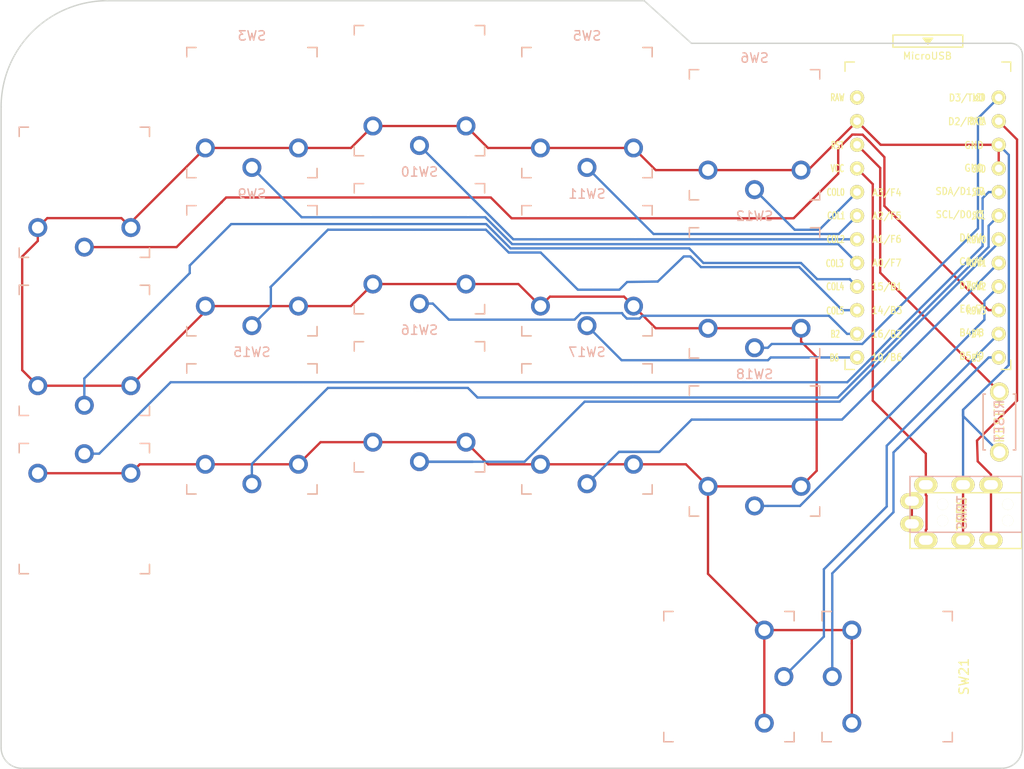
<source format=kicad_pcb>
(kicad_pcb (version 20171130) (host pcbnew "(5.1.4-0-10_14)")

  (general
    (thickness 1.6)
    (drawings 10)
    (tracks 235)
    (zones 0)
    (modules 20)
    (nets 24)
  )

  (page A4)
  (title_block
    (title "Cradio")
    (date 2020-06-26)
    (rev 1.0)
    (company broomlabs)
  )

  (layers
    (0 F.Cu signal)
    (31 B.Cu signal)
    (32 B.Adhes user)
    (33 F.Adhes user)
    (34 B.Paste user hide)
    (35 F.Paste user)
    (36 B.SilkS user hide)
    (37 F.SilkS user hide)
    (38 B.Mask user hide)
    (39 F.Mask user hide)
    (40 Dwgs.User user)
    (41 Cmts.User user)
    (42 Eco1.User user)
    (43 Eco2.User user hide)
    (44 Edge.Cuts user)
    (45 Margin user)
    (46 B.CrtYd user)
    (47 F.CrtYd user)
    (48 B.Fab user hide)
    (49 F.Fab user)
  )

  (setup
    (last_trace_width 0.25)
    (user_trace_width 0.5)
    (trace_clearance 0.2)
    (zone_clearance 0.508)
    (zone_45_only no)
    (trace_min 0.2)
    (via_size 0.6)
    (via_drill 0.4)
    (via_min_size 0.4)
    (via_min_drill 0.3)
    (uvia_size 0.3)
    (uvia_drill 0.1)
    (uvias_allowed no)
    (uvia_min_size 0.2)
    (uvia_min_drill 0.1)
    (edge_width 0.15)
    (segment_width 0.15)
    (pcb_text_width 0.3)
    (pcb_text_size 1.5 1.5)
    (mod_edge_width 0.15)
    (mod_text_size 1 1)
    (mod_text_width 0.15)
    (pad_size 2.032 2.032)
    (pad_drill 1.27)
    (pad_to_mask_clearance 0.2)
    (aux_axis_origin 145.73 12.66)
    (visible_elements FFFFEFFF)
    (pcbplotparams
      (layerselection 0x010c0_ffffffff)
      (usegerberextensions true)
      (usegerberattributes false)
      (usegerberadvancedattributes false)
      (creategerberjobfile false)
      (excludeedgelayer true)
      (linewidth 0.150000)
      (plotframeref false)
      (viasonmask false)
      (mode 1)
      (useauxorigin false)
      (hpglpennumber 1)
      (hpglpenspeed 20)
      (hpglpendiameter 15.000000)
      (psnegative false)
      (psa4output false)
      (plotreference true)
      (plotvalue true)
      (plotinvisibletext false)
      (padsonsilk false)
      (subtractmaskfromsilk false)
      (outputformat 1)
      (mirror false)
      (drillshape 0)
      (scaleselection 1)
      (outputdirectory "gerber/"))
  )

  (net 0 "")
  (net 1 row0)
  (net 2 row1)
  (net 3 row2)
  (net 4 row3)
  (net 5 "Net-(D20-Pad2)")
  (net 6 GND)
  (net 7 VCC)
  (net 8 col1)
  (net 9 col2)
  (net 10 col3)
  (net 11 col4)
  (net 12 col5)
  (net 13 LED)
  (net 14 data)
  (net 15 reset)
  (net 16 SCL)
  (net 17 SDA)
  (net 18 "Net-(U1-Pad14)")
  (net 19 "Net-(U1-Pad13)")
  (net 20 "Net-(U1-Pad12)")
  (net 21 "Net-(U1-Pad11)")
  (net 22 "Net-(J1-PadA)")
  (net 23 "Net-(U1-Pad24)")

  (net_class Default "これは標準のネット クラスです。"
    (clearance 0.2)
    (trace_width 0.25)
    (via_dia 0.6)
    (via_drill 0.4)
    (uvia_dia 0.3)
    (uvia_drill 0.1)
    (add_net GND)
    (add_net LED)
    (add_net "Net-(D20-Pad2)")
    (add_net "Net-(J1-PadA)")
    (add_net "Net-(U1-Pad11)")
    (add_net "Net-(U1-Pad12)")
    (add_net "Net-(U1-Pad13)")
    (add_net "Net-(U1-Pad14)")
    (add_net "Net-(U1-Pad24)")
    (add_net SCL)
    (add_net SDA)
    (add_net VCC)
    (add_net col1)
    (add_net col2)
    (add_net col3)
    (add_net col4)
    (add_net col5)
    (add_net data)
    (add_net reset)
    (add_net row0)
    (add_net row1)
    (add_net row2)
    (add_net row3)
  )

  (module chocs:SW_PG1350_reversible_b2 (layer B.Cu) (tedit 5EF324D0) (tstamp 5EBA60B1)
    (at 113.25 89.17 270)
    (descr "Kailh \"Choc\" PG1350 keyswitch, able to be mounted on front or back of PCB")
    (tags kailh,choc)
    (path /5A5E37A4)
    (fp_text reference SW20 (at 4.600001 -6 90) (layer Dwgs.User) hide
      (effects (font (size 1 1) (thickness 0.15)))
    )
    (fp_text value SW_PUSH (at -0.5 -6 90) (layer Dwgs.User) hide
      (effects (font (size 1 1) (thickness 0.15)))
    )
    (fp_line (start 6 7) (end 7 7) (layer B.SilkS) (width 0.15))
    (fp_line (start 7 7) (end 7 6) (layer B.SilkS) (width 0.15))
    (fp_line (start 7 -6) (end 7 -7) (layer B.SilkS) (width 0.15))
    (fp_line (start 7 -7) (end 6 -7) (layer B.SilkS) (width 0.15))
    (fp_line (start -6 -7) (end -7 -7) (layer B.SilkS) (width 0.15))
    (fp_line (start -7 -7) (end -7 -6) (layer B.SilkS) (width 0.15))
    (fp_line (start -7 6) (end -7 7) (layer B.SilkS) (width 0.15))
    (fp_line (start -7 7) (end -6 7) (layer B.SilkS) (width 0.15))
    (fp_line (start -2.6 3.1) (end 2.6 3.1) (layer Eco2.User) (width 0.15))
    (fp_line (start 2.6 3.1) (end 2.6 6.3) (layer Eco2.User) (width 0.15))
    (fp_line (start 2.6 6.3) (end -2.6 6.3) (layer Eco2.User) (width 0.15))
    (fp_line (start -2.6 3.1) (end -2.6 6.3) (layer Eco2.User) (width 0.15))
    (fp_line (start -7 6) (end -7 7) (layer F.SilkS) (width 0.15))
    (fp_line (start -7 7) (end -6 7) (layer F.SilkS) (width 0.15))
    (fp_line (start -6 -7) (end -7 -7) (layer F.SilkS) (width 0.15))
    (fp_line (start -7 -7) (end -7 -6) (layer F.SilkS) (width 0.15))
    (fp_line (start 7 -6) (end 7 -7) (layer F.SilkS) (width 0.15))
    (fp_line (start 7 -7) (end 6 -7) (layer F.SilkS) (width 0.15))
    (fp_line (start 6 7) (end 7 7) (layer F.SilkS) (width 0.15))
    (fp_line (start 7 7) (end 7 6) (layer F.SilkS) (width 0.15))
    (fp_line (start -6.9 -6.9) (end 6.9 -6.9) (layer Eco2.User) (width 0.15))
    (fp_line (start 6.9 6.9) (end -6.9 6.9) (layer Eco2.User) (width 0.15))
    (fp_line (start 6.9 6.9) (end 6.9 -6.9) (layer Eco2.User) (width 0.15))
    (fp_line (start -6.9 -6.9) (end -6.9 6.9) (layer Eco2.User) (width 0.15))
    (fp_line (start -7.5 7.5) (end 7.5 7.5) (layer F.Fab) (width 0.15))
    (fp_line (start 7.5 7.5) (end 7.5 -7.5) (layer F.Fab) (width 0.15))
    (fp_line (start 7.5 -7.5) (end -7.5 -7.5) (layer F.Fab) (width 0.15))
    (fp_line (start -7.5 -7.5) (end -7.5 7.5) (layer F.Fab) (width 0.15))
    (fp_text user %R (at 0 0 90) (layer B.Fab)
      (effects (font (size 1 1) (thickness 0.15)) (justify mirror))
    )
    (fp_text user %V (at 0 -8.255 90) (layer F.Fab)
      (effects (font (size 1 1) (thickness 0.15)))
    )
    (fp_line (start -7.5 7.5) (end 7.5 7.5) (layer B.Fab) (width 0.15))
    (fp_line (start 7.5 -7.5) (end -7.5 -7.5) (layer B.Fab) (width 0.15))
    (fp_line (start 7.5 7.5) (end 7.5 -7.5) (layer B.Fab) (width 0.15))
    (fp_line (start -7.5 -7.5) (end -7.5 7.5) (layer B.Fab) (width 0.15))
    (fp_text user %R (at 0 0 90) (layer B.Fab)
      (effects (font (size 1 1) (thickness 0.15)) (justify mirror))
    )
    (fp_text user %R (at 0 0 90) (layer B.Fab)
      (effects (font (size 1 1) (thickness 0.15)) (justify mirror))
    )
    (fp_line (start -9 -8.5) (end -9 8.5) (layer Eco1.User) (width 0.12))
    (fp_line (start -9 8.5) (end 9 8.5) (layer Eco1.User) (width 0.12))
    (fp_line (start 9 -8.5) (end 9 8.5) (layer Eco1.User) (width 0.12))
    (fp_line (start -9 -8.5) (end 9 -8.5) (layer Eco1.User) (width 0.12))
    (pad "" np_thru_hole circle (at -5.22 4.2 270) (size 0.9906 0.9906) (drill 0.9906) (layers *.Cu *.Mask))
    (pad 2 thru_hole circle (at 5 -3.8 270) (size 2.032 2.032) (drill 1.27) (layers *.Cu *.Mask)
      (net 6 GND))
    (pad "" np_thru_hole circle (at 0 0 270) (size 3.429 3.429) (drill 3.429) (layers *.Cu *.Mask))
    (pad 2 thru_hole circle (at -5 -3.8 270) (size 2.032 2.032) (drill 1.27) (layers *.Cu *.Mask)
      (net 6 GND))
    (pad 1 thru_hole circle (at 0 -5.9 270) (size 2.032 2.032) (drill 1.27) (layers *.Cu *.Mask)
      (net 21 "Net-(U1-Pad11)"))
    (pad "" np_thru_hole circle (at 5.22 4.2 270) (size 0.9906 0.9906) (drill 0.9906) (layers *.Cu *.Mask))
    (pad "" np_thru_hole circle (at 5.5 0 270) (size 1.7018 1.7018) (drill 1.7018) (layers *.Cu *.Mask))
    (pad "" np_thru_hole circle (at -5.5 0 270) (size 1.7018 1.7018) (drill 1.7018) (layers *.Cu *.Mask))
  )

  (module chocs:SW_PG1350_reversible_b2 (layer F.Cu) (tedit 5EF324D0) (tstamp 5C23880A)
    (at 116 64.92)
    (descr "Kailh \"Choc\" PG1350 keyswitch, able to be mounted on front or back of PCB")
    (tags kailh,choc)
    (path /5A5E35D5)
    (fp_text reference SW18 (at 4.6 6 180) (layer Dwgs.User) hide
      (effects (font (size 1 1) (thickness 0.15)))
    )
    (fp_text value SW_PUSH (at -0.5 6 180) (layer Dwgs.User) hide
      (effects (font (size 1 1) (thickness 0.15)))
    )
    (fp_line (start 6 -7) (end 7 -7) (layer F.SilkS) (width 0.15))
    (fp_line (start 7 -7) (end 7 -6) (layer F.SilkS) (width 0.15))
    (fp_line (start 7 6) (end 7 7) (layer F.SilkS) (width 0.15))
    (fp_line (start 7 7) (end 6 7) (layer F.SilkS) (width 0.15))
    (fp_line (start -6 7) (end -7 7) (layer F.SilkS) (width 0.15))
    (fp_line (start -7 7) (end -7 6) (layer F.SilkS) (width 0.15))
    (fp_line (start -7 -6) (end -7 -7) (layer F.SilkS) (width 0.15))
    (fp_line (start -7 -7) (end -6 -7) (layer F.SilkS) (width 0.15))
    (fp_line (start -2.6 -3.1) (end 2.6 -3.1) (layer Eco2.User) (width 0.15))
    (fp_line (start 2.6 -3.1) (end 2.6 -6.3) (layer Eco2.User) (width 0.15))
    (fp_line (start 2.6 -6.3) (end -2.6 -6.3) (layer Eco2.User) (width 0.15))
    (fp_line (start -2.6 -3.1) (end -2.6 -6.3) (layer Eco2.User) (width 0.15))
    (fp_line (start -7 -6) (end -7 -7) (layer B.SilkS) (width 0.15))
    (fp_line (start -7 -7) (end -6 -7) (layer B.SilkS) (width 0.15))
    (fp_line (start -6 7) (end -7 7) (layer B.SilkS) (width 0.15))
    (fp_line (start -7 7) (end -7 6) (layer B.SilkS) (width 0.15))
    (fp_line (start 7 6) (end 7 7) (layer B.SilkS) (width 0.15))
    (fp_line (start 7 7) (end 6 7) (layer B.SilkS) (width 0.15))
    (fp_line (start 6 -7) (end 7 -7) (layer B.SilkS) (width 0.15))
    (fp_line (start 7 -7) (end 7 -6) (layer B.SilkS) (width 0.15))
    (fp_line (start -6.9 6.9) (end 6.9 6.9) (layer Eco2.User) (width 0.15))
    (fp_line (start 6.9 -6.9) (end -6.9 -6.9) (layer Eco2.User) (width 0.15))
    (fp_line (start 6.9 -6.9) (end 6.9 6.9) (layer Eco2.User) (width 0.15))
    (fp_line (start -6.9 6.9) (end -6.9 -6.9) (layer Eco2.User) (width 0.15))
    (fp_line (start -7.5 -7.5) (end 7.5 -7.5) (layer B.Fab) (width 0.15))
    (fp_line (start 7.5 -7.5) (end 7.5 7.5) (layer B.Fab) (width 0.15))
    (fp_line (start 7.5 7.5) (end -7.5 7.5) (layer B.Fab) (width 0.15))
    (fp_line (start -7.5 7.5) (end -7.5 -7.5) (layer B.Fab) (width 0.15))
    (fp_text user %R (at 0 -8.255) (layer B.SilkS)
      (effects (font (size 1 1) (thickness 0.15)) (justify mirror))
    )
    (fp_text user %V (at 0 8.255) (layer B.Fab)
      (effects (font (size 1 1) (thickness 0.15)) (justify mirror))
    )
    (fp_line (start -7.5 -7.5) (end 7.5 -7.5) (layer F.Fab) (width 0.15))
    (fp_line (start 7.5 7.5) (end -7.5 7.5) (layer F.Fab) (width 0.15))
    (fp_line (start 7.5 -7.5) (end 7.5 7.5) (layer F.Fab) (width 0.15))
    (fp_line (start -7.5 7.5) (end -7.5 -7.5) (layer F.Fab) (width 0.15))
    (fp_text user %R (at 0 0) (layer F.Fab)
      (effects (font (size 1 1) (thickness 0.15)))
    )
    (fp_text user %R (at 0 0) (layer F.Fab)
      (effects (font (size 1 1) (thickness 0.15)))
    )
    (fp_line (start -9 8.5) (end -9 -8.5) (layer Eco1.User) (width 0.12))
    (fp_line (start -9 -8.5) (end 9 -8.5) (layer Eco1.User) (width 0.12))
    (fp_line (start 9 8.5) (end 9 -8.5) (layer Eco1.User) (width 0.12))
    (fp_line (start -9 8.5) (end 9 8.5) (layer Eco1.User) (width 0.12))
    (pad "" np_thru_hole circle (at -5.22 -4.2) (size 0.9906 0.9906) (drill 0.9906) (layers *.Cu *.Mask))
    (pad 2 thru_hole circle (at 5 3.8) (size 2.032 2.032) (drill 1.27) (layers *.Cu *.Mask)
      (net 6 GND))
    (pad "" np_thru_hole circle (at 0 0) (size 3.429 3.429) (drill 3.429) (layers *.Cu *.Mask))
    (pad 2 thru_hole circle (at -5 3.8) (size 2.032 2.032) (drill 1.27) (layers *.Cu *.Mask)
      (net 6 GND))
    (pad 1 thru_hole circle (at 0 5.9) (size 2.032 2.032) (drill 1.27) (layers *.Cu *.Mask)
      (net 3 row2))
    (pad "" np_thru_hole circle (at 5.22 -4.2) (size 0.9906 0.9906) (drill 0.9906) (layers *.Cu *.Mask))
    (pad "" np_thru_hole circle (at 5.5 0) (size 1.7018 1.7018) (drill 1.7018) (layers *.Cu *.Mask))
    (pad "" np_thru_hole circle (at -5.5 0) (size 1.7018 1.7018) (drill 1.7018) (layers *.Cu *.Mask))
  )

  (module chocs:SW_PG1350_reversible_b2 (layer B.Cu) (tedit 5EF324D0) (tstamp 5EBA613E)
    (at 130.25 89.17 90)
    (descr "Kailh \"Choc\" PG1350 keyswitch, able to be mounted on front or back of PCB")
    (tags kailh,choc)
    (path /5A5E37B0)
    (fp_text reference SW21 (at 4.6 -6 270) (layer Dwgs.User) hide
      (effects (font (size 1 1) (thickness 0.15)))
    )
    (fp_text value SW_PUSH (at -0.5 -6 270) (layer Dwgs.User) hide
      (effects (font (size 1 1) (thickness 0.15)))
    )
    (fp_line (start 6 7) (end 7 7) (layer B.SilkS) (width 0.15))
    (fp_line (start 7 7) (end 7 6) (layer B.SilkS) (width 0.15))
    (fp_line (start 7 -6) (end 7 -7) (layer B.SilkS) (width 0.15))
    (fp_line (start 7 -7) (end 6 -7) (layer B.SilkS) (width 0.15))
    (fp_line (start -6 -7) (end -7 -7) (layer B.SilkS) (width 0.15))
    (fp_line (start -7 -7) (end -7 -6) (layer B.SilkS) (width 0.15))
    (fp_line (start -7 6) (end -7 7) (layer B.SilkS) (width 0.15))
    (fp_line (start -7 7) (end -6 7) (layer B.SilkS) (width 0.15))
    (fp_line (start -2.6 3.1) (end 2.6 3.1) (layer Eco2.User) (width 0.15))
    (fp_line (start 2.6 3.1) (end 2.6 6.3) (layer Eco2.User) (width 0.15))
    (fp_line (start 2.6 6.3) (end -2.6 6.3) (layer Eco2.User) (width 0.15))
    (fp_line (start -2.6 3.1) (end -2.6 6.3) (layer Eco2.User) (width 0.15))
    (fp_line (start -7 6) (end -7 7) (layer F.SilkS) (width 0.15))
    (fp_line (start -7 7) (end -6 7) (layer F.SilkS) (width 0.15))
    (fp_line (start -6 -7) (end -7 -7) (layer F.SilkS) (width 0.15))
    (fp_line (start -7 -7) (end -7 -6) (layer F.SilkS) (width 0.15))
    (fp_line (start 7 -6) (end 7 -7) (layer F.SilkS) (width 0.15))
    (fp_line (start 7 -7) (end 6 -7) (layer F.SilkS) (width 0.15))
    (fp_line (start 6 7) (end 7 7) (layer F.SilkS) (width 0.15))
    (fp_line (start 7 7) (end 7 6) (layer F.SilkS) (width 0.15))
    (fp_line (start -6.9 -6.9) (end 6.9 -6.9) (layer Eco2.User) (width 0.15))
    (fp_line (start 6.9 6.9) (end -6.9 6.9) (layer Eco2.User) (width 0.15))
    (fp_line (start 6.9 6.9) (end 6.9 -6.9) (layer Eco2.User) (width 0.15))
    (fp_line (start -6.9 -6.9) (end -6.9 6.9) (layer Eco2.User) (width 0.15))
    (fp_line (start -7.5 7.5) (end 7.5 7.5) (layer F.Fab) (width 0.15))
    (fp_line (start 7.5 7.5) (end 7.5 -7.5) (layer F.Fab) (width 0.15))
    (fp_line (start 7.5 -7.5) (end -7.5 -7.5) (layer F.Fab) (width 0.15))
    (fp_line (start -7.5 -7.5) (end -7.5 7.5) (layer F.Fab) (width 0.15))
    (fp_text user %R (at 0 8.255 90) (layer F.SilkS)
      (effects (font (size 1 1) (thickness 0.15)))
    )
    (fp_text user %V (at 0 -8.255 90) (layer F.Fab)
      (effects (font (size 1 1) (thickness 0.15)))
    )
    (fp_line (start -7.5 7.5) (end 7.5 7.5) (layer B.Fab) (width 0.15))
    (fp_line (start 7.5 -7.5) (end -7.5 -7.5) (layer B.Fab) (width 0.15))
    (fp_line (start 7.5 7.5) (end 7.5 -7.5) (layer B.Fab) (width 0.15))
    (fp_line (start -7.5 -7.5) (end -7.5 7.5) (layer B.Fab) (width 0.15))
    (fp_text user %R (at 0 0 90) (layer B.Fab)
      (effects (font (size 1 1) (thickness 0.15)) (justify mirror))
    )
    (fp_text user %R (at 0 0 90) (layer B.Fab)
      (effects (font (size 1 1) (thickness 0.15)) (justify mirror))
    )
    (fp_line (start -9 -8.5) (end -9 8.5) (layer Eco1.User) (width 0.12))
    (fp_line (start -9 8.5) (end 9 8.5) (layer Eco1.User) (width 0.12))
    (fp_line (start 9 -8.5) (end 9 8.5) (layer Eco1.User) (width 0.12))
    (fp_line (start -9 -8.5) (end 9 -8.5) (layer Eco1.User) (width 0.12))
    (pad "" np_thru_hole circle (at -5.22 4.2 90) (size 0.9906 0.9906) (drill 0.9906) (layers *.Cu *.Mask))
    (pad 2 thru_hole circle (at 5 -3.8 90) (size 2.032 2.032) (drill 1.27) (layers *.Cu *.Mask)
      (net 6 GND))
    (pad "" np_thru_hole circle (at 0 0 90) (size 3.429 3.429) (drill 3.429) (layers *.Cu *.Mask))
    (pad 2 thru_hole circle (at -5 -3.8 90) (size 2.032 2.032) (drill 1.27) (layers *.Cu *.Mask)
      (net 6 GND))
    (pad 1 thru_hole circle (at 0 -5.9 90) (size 2.032 2.032) (drill 1.27) (layers *.Cu *.Mask)
      (net 20 "Net-(U1-Pad12)"))
    (pad "" np_thru_hole circle (at 5.22 4.2 90) (size 0.9906 0.9906) (drill 0.9906) (layers *.Cu *.Mask))
    (pad "" np_thru_hole circle (at 5.5 0 90) (size 1.7018 1.7018) (drill 1.7018) (layers *.Cu *.Mask))
    (pad "" np_thru_hole circle (at -5.5 0 90) (size 1.7018 1.7018) (drill 1.7018) (layers *.Cu *.Mask))
  )

  (module chocs:SW_PG1350_reversible_b2 (layer F.Cu) (tedit 5EF324D0) (tstamp 5C2387F4)
    (at 98 62.545)
    (descr "Kailh \"Choc\" PG1350 keyswitch, able to be mounted on front or back of PCB")
    (tags kailh,choc)
    (path /5A5E35CF)
    (fp_text reference SW17 (at 4.6 6 180) (layer Dwgs.User) hide
      (effects (font (size 1 1) (thickness 0.15)))
    )
    (fp_text value SW_PUSH (at -0.5 6 180) (layer Dwgs.User) hide
      (effects (font (size 1 1) (thickness 0.15)))
    )
    (fp_line (start 6 -7) (end 7 -7) (layer F.SilkS) (width 0.15))
    (fp_line (start 7 -7) (end 7 -6) (layer F.SilkS) (width 0.15))
    (fp_line (start 7 6) (end 7 7) (layer F.SilkS) (width 0.15))
    (fp_line (start 7 7) (end 6 7) (layer F.SilkS) (width 0.15))
    (fp_line (start -6 7) (end -7 7) (layer F.SilkS) (width 0.15))
    (fp_line (start -7 7) (end -7 6) (layer F.SilkS) (width 0.15))
    (fp_line (start -7 -6) (end -7 -7) (layer F.SilkS) (width 0.15))
    (fp_line (start -7 -7) (end -6 -7) (layer F.SilkS) (width 0.15))
    (fp_line (start -2.6 -3.1) (end 2.6 -3.1) (layer Eco2.User) (width 0.15))
    (fp_line (start 2.6 -3.1) (end 2.6 -6.3) (layer Eco2.User) (width 0.15))
    (fp_line (start 2.6 -6.3) (end -2.6 -6.3) (layer Eco2.User) (width 0.15))
    (fp_line (start -2.6 -3.1) (end -2.6 -6.3) (layer Eco2.User) (width 0.15))
    (fp_line (start -7 -6) (end -7 -7) (layer B.SilkS) (width 0.15))
    (fp_line (start -7 -7) (end -6 -7) (layer B.SilkS) (width 0.15))
    (fp_line (start -6 7) (end -7 7) (layer B.SilkS) (width 0.15))
    (fp_line (start -7 7) (end -7 6) (layer B.SilkS) (width 0.15))
    (fp_line (start 7 6) (end 7 7) (layer B.SilkS) (width 0.15))
    (fp_line (start 7 7) (end 6 7) (layer B.SilkS) (width 0.15))
    (fp_line (start 6 -7) (end 7 -7) (layer B.SilkS) (width 0.15))
    (fp_line (start 7 -7) (end 7 -6) (layer B.SilkS) (width 0.15))
    (fp_line (start -6.9 6.9) (end 6.9 6.9) (layer Eco2.User) (width 0.15))
    (fp_line (start 6.9 -6.9) (end -6.9 -6.9) (layer Eco2.User) (width 0.15))
    (fp_line (start 6.9 -6.9) (end 6.9 6.9) (layer Eco2.User) (width 0.15))
    (fp_line (start -6.9 6.9) (end -6.9 -6.9) (layer Eco2.User) (width 0.15))
    (fp_line (start -7.5 -7.5) (end 7.5 -7.5) (layer B.Fab) (width 0.15))
    (fp_line (start 7.5 -7.5) (end 7.5 7.5) (layer B.Fab) (width 0.15))
    (fp_line (start 7.5 7.5) (end -7.5 7.5) (layer B.Fab) (width 0.15))
    (fp_line (start -7.5 7.5) (end -7.5 -7.5) (layer B.Fab) (width 0.15))
    (fp_text user %R (at 0 -8.255) (layer B.SilkS)
      (effects (font (size 1 1) (thickness 0.15)) (justify mirror))
    )
    (fp_text user %V (at 0 8.255) (layer B.Fab)
      (effects (font (size 1 1) (thickness 0.15)) (justify mirror))
    )
    (fp_line (start -7.5 -7.5) (end 7.5 -7.5) (layer F.Fab) (width 0.15))
    (fp_line (start 7.5 7.5) (end -7.5 7.5) (layer F.Fab) (width 0.15))
    (fp_line (start 7.5 -7.5) (end 7.5 7.5) (layer F.Fab) (width 0.15))
    (fp_line (start -7.5 7.5) (end -7.5 -7.5) (layer F.Fab) (width 0.15))
    (fp_text user %R (at 0 0) (layer F.Fab)
      (effects (font (size 1 1) (thickness 0.15)))
    )
    (fp_text user %R (at 0 0) (layer F.Fab)
      (effects (font (size 1 1) (thickness 0.15)))
    )
    (fp_line (start -9 8.5) (end -9 -8.5) (layer Eco1.User) (width 0.12))
    (fp_line (start -9 -8.5) (end 9 -8.5) (layer Eco1.User) (width 0.12))
    (fp_line (start 9 8.5) (end 9 -8.5) (layer Eco1.User) (width 0.12))
    (fp_line (start -9 8.5) (end 9 8.5) (layer Eco1.User) (width 0.12))
    (pad "" np_thru_hole circle (at -5.22 -4.2) (size 0.9906 0.9906) (drill 0.9906) (layers *.Cu *.Mask))
    (pad 2 thru_hole circle (at 5 3.8) (size 2.032 2.032) (drill 1.27) (layers *.Cu *.Mask)
      (net 6 GND))
    (pad "" np_thru_hole circle (at 0 0) (size 3.429 3.429) (drill 3.429) (layers *.Cu *.Mask))
    (pad 2 thru_hole circle (at -5 3.8) (size 2.032 2.032) (drill 1.27) (layers *.Cu *.Mask)
      (net 6 GND))
    (pad 1 thru_hole circle (at 0 5.9) (size 2.032 2.032) (drill 1.27) (layers *.Cu *.Mask)
      (net 2 row1))
    (pad "" np_thru_hole circle (at 5.22 -4.2) (size 0.9906 0.9906) (drill 0.9906) (layers *.Cu *.Mask))
    (pad "" np_thru_hole circle (at 5.5 0) (size 1.7018 1.7018) (drill 1.7018) (layers *.Cu *.Mask))
    (pad "" np_thru_hole circle (at -5.5 0) (size 1.7018 1.7018) (drill 1.7018) (layers *.Cu *.Mask))
  )

  (module chocs:SW_PG1350_reversible_b2 (layer F.Cu) (tedit 5EF324D0) (tstamp 5C2387DE)
    (at 80 60.17)
    (descr "Kailh \"Choc\" PG1350 keyswitch, able to be mounted on front or back of PCB")
    (tags kailh,choc)
    (path /5A5E35C9)
    (fp_text reference SW16 (at 4.6 6 180) (layer Dwgs.User) hide
      (effects (font (size 1 1) (thickness 0.15)))
    )
    (fp_text value SW_PUSH (at -0.5 6 180) (layer Dwgs.User) hide
      (effects (font (size 1 1) (thickness 0.15)))
    )
    (fp_line (start 6 -7) (end 7 -7) (layer F.SilkS) (width 0.15))
    (fp_line (start 7 -7) (end 7 -6) (layer F.SilkS) (width 0.15))
    (fp_line (start 7 6) (end 7 7) (layer F.SilkS) (width 0.15))
    (fp_line (start 7 7) (end 6 7) (layer F.SilkS) (width 0.15))
    (fp_line (start -6 7) (end -7 7) (layer F.SilkS) (width 0.15))
    (fp_line (start -7 7) (end -7 6) (layer F.SilkS) (width 0.15))
    (fp_line (start -7 -6) (end -7 -7) (layer F.SilkS) (width 0.15))
    (fp_line (start -7 -7) (end -6 -7) (layer F.SilkS) (width 0.15))
    (fp_line (start -2.6 -3.1) (end 2.6 -3.1) (layer Eco2.User) (width 0.15))
    (fp_line (start 2.6 -3.1) (end 2.6 -6.3) (layer Eco2.User) (width 0.15))
    (fp_line (start 2.6 -6.3) (end -2.6 -6.3) (layer Eco2.User) (width 0.15))
    (fp_line (start -2.6 -3.1) (end -2.6 -6.3) (layer Eco2.User) (width 0.15))
    (fp_line (start -7 -6) (end -7 -7) (layer B.SilkS) (width 0.15))
    (fp_line (start -7 -7) (end -6 -7) (layer B.SilkS) (width 0.15))
    (fp_line (start -6 7) (end -7 7) (layer B.SilkS) (width 0.15))
    (fp_line (start -7 7) (end -7 6) (layer B.SilkS) (width 0.15))
    (fp_line (start 7 6) (end 7 7) (layer B.SilkS) (width 0.15))
    (fp_line (start 7 7) (end 6 7) (layer B.SilkS) (width 0.15))
    (fp_line (start 6 -7) (end 7 -7) (layer B.SilkS) (width 0.15))
    (fp_line (start 7 -7) (end 7 -6) (layer B.SilkS) (width 0.15))
    (fp_line (start -6.9 6.9) (end 6.9 6.9) (layer Eco2.User) (width 0.15))
    (fp_line (start 6.9 -6.9) (end -6.9 -6.9) (layer Eco2.User) (width 0.15))
    (fp_line (start 6.9 -6.9) (end 6.9 6.9) (layer Eco2.User) (width 0.15))
    (fp_line (start -6.9 6.9) (end -6.9 -6.9) (layer Eco2.User) (width 0.15))
    (fp_line (start -7.5 -7.5) (end 7.5 -7.5) (layer B.Fab) (width 0.15))
    (fp_line (start 7.5 -7.5) (end 7.5 7.5) (layer B.Fab) (width 0.15))
    (fp_line (start 7.5 7.5) (end -7.5 7.5) (layer B.Fab) (width 0.15))
    (fp_line (start -7.5 7.5) (end -7.5 -7.5) (layer B.Fab) (width 0.15))
    (fp_text user %R (at 0 -8.255) (layer B.SilkS)
      (effects (font (size 1 1) (thickness 0.15)) (justify mirror))
    )
    (fp_text user %V (at 0 8.255) (layer B.Fab)
      (effects (font (size 1 1) (thickness 0.15)) (justify mirror))
    )
    (fp_line (start -7.5 -7.5) (end 7.5 -7.5) (layer F.Fab) (width 0.15))
    (fp_line (start 7.5 7.5) (end -7.5 7.5) (layer F.Fab) (width 0.15))
    (fp_line (start 7.5 -7.5) (end 7.5 7.5) (layer F.Fab) (width 0.15))
    (fp_line (start -7.5 7.5) (end -7.5 -7.5) (layer F.Fab) (width 0.15))
    (fp_text user %R (at 0 0) (layer F.Fab)
      (effects (font (size 1 1) (thickness 0.15)))
    )
    (fp_text user %R (at 0 0) (layer F.Fab)
      (effects (font (size 1 1) (thickness 0.15)))
    )
    (fp_line (start -9 8.5) (end -9 -8.5) (layer Eco1.User) (width 0.12))
    (fp_line (start -9 -8.5) (end 9 -8.5) (layer Eco1.User) (width 0.12))
    (fp_line (start 9 8.5) (end 9 -8.5) (layer Eco1.User) (width 0.12))
    (fp_line (start -9 8.5) (end 9 8.5) (layer Eco1.User) (width 0.12))
    (pad "" np_thru_hole circle (at -5.22 -4.2) (size 0.9906 0.9906) (drill 0.9906) (layers *.Cu *.Mask))
    (pad 2 thru_hole circle (at 5 3.8) (size 2.032 2.032) (drill 1.27) (layers *.Cu *.Mask)
      (net 6 GND))
    (pad "" np_thru_hole circle (at 0 0) (size 3.429 3.429) (drill 3.429) (layers *.Cu *.Mask))
    (pad 2 thru_hole circle (at -5 3.8) (size 2.032 2.032) (drill 1.27) (layers *.Cu *.Mask)
      (net 6 GND))
    (pad 1 thru_hole circle (at 0 5.9) (size 2.032 2.032) (drill 1.27) (layers *.Cu *.Mask)
      (net 1 row0))
    (pad "" np_thru_hole circle (at 5.22 -4.2) (size 0.9906 0.9906) (drill 0.9906) (layers *.Cu *.Mask))
    (pad "" np_thru_hole circle (at 5.5 0) (size 1.7018 1.7018) (drill 1.7018) (layers *.Cu *.Mask))
    (pad "" np_thru_hole circle (at -5.5 0) (size 1.7018 1.7018) (drill 1.7018) (layers *.Cu *.Mask))
  )

  (module chocs:SW_PG1350_reversible_b2 (layer F.Cu) (tedit 5EF324D0) (tstamp 5C2387C8)
    (at 62 62.545)
    (descr "Kailh \"Choc\" PG1350 keyswitch, able to be mounted on front or back of PCB")
    (tags kailh,choc)
    (path /5A5E35BD)
    (fp_text reference SW15 (at 4.6 6 180) (layer Dwgs.User) hide
      (effects (font (size 1 1) (thickness 0.15)))
    )
    (fp_text value SW_PUSH (at -0.5 6 180) (layer Dwgs.User) hide
      (effects (font (size 1 1) (thickness 0.15)))
    )
    (fp_line (start 6 -7) (end 7 -7) (layer F.SilkS) (width 0.15))
    (fp_line (start 7 -7) (end 7 -6) (layer F.SilkS) (width 0.15))
    (fp_line (start 7 6) (end 7 7) (layer F.SilkS) (width 0.15))
    (fp_line (start 7 7) (end 6 7) (layer F.SilkS) (width 0.15))
    (fp_line (start -6 7) (end -7 7) (layer F.SilkS) (width 0.15))
    (fp_line (start -7 7) (end -7 6) (layer F.SilkS) (width 0.15))
    (fp_line (start -7 -6) (end -7 -7) (layer F.SilkS) (width 0.15))
    (fp_line (start -7 -7) (end -6 -7) (layer F.SilkS) (width 0.15))
    (fp_line (start -2.6 -3.1) (end 2.6 -3.1) (layer Eco2.User) (width 0.15))
    (fp_line (start 2.6 -3.1) (end 2.6 -6.3) (layer Eco2.User) (width 0.15))
    (fp_line (start 2.6 -6.3) (end -2.6 -6.3) (layer Eco2.User) (width 0.15))
    (fp_line (start -2.6 -3.1) (end -2.6 -6.3) (layer Eco2.User) (width 0.15))
    (fp_line (start -7 -6) (end -7 -7) (layer B.SilkS) (width 0.15))
    (fp_line (start -7 -7) (end -6 -7) (layer B.SilkS) (width 0.15))
    (fp_line (start -6 7) (end -7 7) (layer B.SilkS) (width 0.15))
    (fp_line (start -7 7) (end -7 6) (layer B.SilkS) (width 0.15))
    (fp_line (start 7 6) (end 7 7) (layer B.SilkS) (width 0.15))
    (fp_line (start 7 7) (end 6 7) (layer B.SilkS) (width 0.15))
    (fp_line (start 6 -7) (end 7 -7) (layer B.SilkS) (width 0.15))
    (fp_line (start 7 -7) (end 7 -6) (layer B.SilkS) (width 0.15))
    (fp_line (start -6.9 6.9) (end 6.9 6.9) (layer Eco2.User) (width 0.15))
    (fp_line (start 6.9 -6.9) (end -6.9 -6.9) (layer Eco2.User) (width 0.15))
    (fp_line (start 6.9 -6.9) (end 6.9 6.9) (layer Eco2.User) (width 0.15))
    (fp_line (start -6.9 6.9) (end -6.9 -6.9) (layer Eco2.User) (width 0.15))
    (fp_line (start -7.5 -7.5) (end 7.5 -7.5) (layer B.Fab) (width 0.15))
    (fp_line (start 7.5 -7.5) (end 7.5 7.5) (layer B.Fab) (width 0.15))
    (fp_line (start 7.5 7.5) (end -7.5 7.5) (layer B.Fab) (width 0.15))
    (fp_line (start -7.5 7.5) (end -7.5 -7.5) (layer B.Fab) (width 0.15))
    (fp_text user %R (at 0 -8.255) (layer B.SilkS)
      (effects (font (size 1 1) (thickness 0.15)) (justify mirror))
    )
    (fp_text user %V (at 0 8.255) (layer B.Fab)
      (effects (font (size 1 1) (thickness 0.15)) (justify mirror))
    )
    (fp_line (start -7.5 -7.5) (end 7.5 -7.5) (layer F.Fab) (width 0.15))
    (fp_line (start 7.5 7.5) (end -7.5 7.5) (layer F.Fab) (width 0.15))
    (fp_line (start 7.5 -7.5) (end 7.5 7.5) (layer F.Fab) (width 0.15))
    (fp_line (start -7.5 7.5) (end -7.5 -7.5) (layer F.Fab) (width 0.15))
    (fp_text user %R (at 0 0) (layer F.Fab)
      (effects (font (size 1 1) (thickness 0.15)))
    )
    (fp_text user %R (at 0 0) (layer F.Fab)
      (effects (font (size 1 1) (thickness 0.15)))
    )
    (fp_line (start -9 8.5) (end -9 -8.5) (layer Eco1.User) (width 0.12))
    (fp_line (start -9 -8.5) (end 9 -8.5) (layer Eco1.User) (width 0.12))
    (fp_line (start 9 8.5) (end 9 -8.5) (layer Eco1.User) (width 0.12))
    (fp_line (start -9 8.5) (end 9 8.5) (layer Eco1.User) (width 0.12))
    (pad "" np_thru_hole circle (at -5.22 -4.2) (size 0.9906 0.9906) (drill 0.9906) (layers *.Cu *.Mask))
    (pad 2 thru_hole circle (at 5 3.8) (size 2.032 2.032) (drill 1.27) (layers *.Cu *.Mask)
      (net 6 GND))
    (pad "" np_thru_hole circle (at 0 0) (size 3.429 3.429) (drill 3.429) (layers *.Cu *.Mask))
    (pad 2 thru_hole circle (at -5 3.8) (size 2.032 2.032) (drill 1.27) (layers *.Cu *.Mask)
      (net 6 GND))
    (pad 1 thru_hole circle (at 0 5.9) (size 2.032 2.032) (drill 1.27) (layers *.Cu *.Mask)
      (net 16 SCL))
    (pad "" np_thru_hole circle (at 5.22 -4.2) (size 0.9906 0.9906) (drill 0.9906) (layers *.Cu *.Mask))
    (pad "" np_thru_hole circle (at 5.5 0) (size 1.7018 1.7018) (drill 1.7018) (layers *.Cu *.Mask))
    (pad "" np_thru_hole circle (at -5.5 0) (size 1.7018 1.7018) (drill 1.7018) (layers *.Cu *.Mask))
  )

  (module chocs:SW_PG1350_reversible_b2 (layer B.Cu) (tedit 5EF324D0) (tstamp 5C2387B2)
    (at 44 71.105)
    (descr "Kailh \"Choc\" PG1350 keyswitch, able to be mounted on front or back of PCB")
    (tags kailh,choc)
    (path /5A5E35B1)
    (fp_text reference SW14 (at 4.6 -6 -180) (layer Dwgs.User) hide
      (effects (font (size 1 1) (thickness 0.15)))
    )
    (fp_text value SW_PUSH (at -0.5 -6 -180) (layer Dwgs.User) hide
      (effects (font (size 1 1) (thickness 0.15)))
    )
    (fp_line (start 6 7) (end 7 7) (layer B.SilkS) (width 0.15))
    (fp_line (start 7 7) (end 7 6) (layer B.SilkS) (width 0.15))
    (fp_line (start 7 -6) (end 7 -7) (layer B.SilkS) (width 0.15))
    (fp_line (start 7 -7) (end 6 -7) (layer B.SilkS) (width 0.15))
    (fp_line (start -6 -7) (end -7 -7) (layer B.SilkS) (width 0.15))
    (fp_line (start -7 -7) (end -7 -6) (layer B.SilkS) (width 0.15))
    (fp_line (start -7 6) (end -7 7) (layer B.SilkS) (width 0.15))
    (fp_line (start -7 7) (end -6 7) (layer B.SilkS) (width 0.15))
    (fp_line (start -2.6 3.1) (end 2.6 3.1) (layer Eco2.User) (width 0.15))
    (fp_line (start 2.6 3.1) (end 2.6 6.3) (layer Eco2.User) (width 0.15))
    (fp_line (start 2.6 6.3) (end -2.6 6.3) (layer Eco2.User) (width 0.15))
    (fp_line (start -2.6 3.1) (end -2.6 6.3) (layer Eco2.User) (width 0.15))
    (fp_line (start -7 6) (end -7 7) (layer F.SilkS) (width 0.15))
    (fp_line (start -7 7) (end -6 7) (layer F.SilkS) (width 0.15))
    (fp_line (start -6 -7) (end -7 -7) (layer F.SilkS) (width 0.15))
    (fp_line (start -7 -7) (end -7 -6) (layer F.SilkS) (width 0.15))
    (fp_line (start 7 -6) (end 7 -7) (layer F.SilkS) (width 0.15))
    (fp_line (start 7 -7) (end 6 -7) (layer F.SilkS) (width 0.15))
    (fp_line (start 6 7) (end 7 7) (layer F.SilkS) (width 0.15))
    (fp_line (start 7 7) (end 7 6) (layer F.SilkS) (width 0.15))
    (fp_line (start -6.9 -6.9) (end 6.9 -6.9) (layer Eco2.User) (width 0.15))
    (fp_line (start 6.9 6.9) (end -6.9 6.9) (layer Eco2.User) (width 0.15))
    (fp_line (start 6.9 6.9) (end 6.9 -6.9) (layer Eco2.User) (width 0.15))
    (fp_line (start -6.9 -6.9) (end -6.9 6.9) (layer Eco2.User) (width 0.15))
    (fp_line (start -7.5 7.5) (end 7.5 7.5) (layer F.Fab) (width 0.15))
    (fp_line (start 7.5 7.5) (end 7.5 -7.5) (layer F.Fab) (width 0.15))
    (fp_line (start 7.5 -7.5) (end -7.5 -7.5) (layer F.Fab) (width 0.15))
    (fp_line (start -7.5 -7.5) (end -7.5 7.5) (layer F.Fab) (width 0.15))
    (fp_text user %R (at 0 0) (layer B.Fab)
      (effects (font (size 1 1) (thickness 0.15)) (justify mirror))
    )
    (fp_text user %V (at 0 -8.255) (layer F.Fab)
      (effects (font (size 1 1) (thickness 0.15)))
    )
    (fp_line (start -7.5 7.5) (end 7.5 7.5) (layer B.Fab) (width 0.15))
    (fp_line (start 7.5 -7.5) (end -7.5 -7.5) (layer B.Fab) (width 0.15))
    (fp_line (start 7.5 7.5) (end 7.5 -7.5) (layer B.Fab) (width 0.15))
    (fp_line (start -7.5 -7.5) (end -7.5 7.5) (layer B.Fab) (width 0.15))
    (fp_text user %R (at 0 0) (layer B.Fab)
      (effects (font (size 1 1) (thickness 0.15)) (justify mirror))
    )
    (fp_text user %R (at 0 0) (layer B.Fab)
      (effects (font (size 1 1) (thickness 0.15)) (justify mirror))
    )
    (fp_line (start -9 -8.5) (end -9 8.5) (layer Eco1.User) (width 0.12))
    (fp_line (start -9 8.5) (end 9 8.5) (layer Eco1.User) (width 0.12))
    (fp_line (start 9 -8.5) (end 9 8.5) (layer Eco1.User) (width 0.12))
    (fp_line (start -9 -8.5) (end 9 -8.5) (layer Eco1.User) (width 0.12))
    (pad "" np_thru_hole circle (at -5.22 4.2) (size 0.9906 0.9906) (drill 0.9906) (layers *.Cu *.Mask))
    (pad 2 thru_hole circle (at 5 -3.8) (size 2.032 2.032) (drill 1.27) (layers *.Cu *.Mask)
      (net 6 GND))
    (pad "" np_thru_hole circle (at 0 0) (size 3.429 3.429) (drill 3.429) (layers *.Cu *.Mask))
    (pad 2 thru_hole circle (at -5 -3.8) (size 2.032 2.032) (drill 1.27) (layers *.Cu *.Mask)
      (net 6 GND))
    (pad 1 thru_hole circle (at 0 -5.9) (size 2.032 2.032) (drill 1.27) (layers *.Cu *.Mask)
      (net 17 SDA))
    (pad "" np_thru_hole circle (at 5.22 4.2) (size 0.9906 0.9906) (drill 0.9906) (layers *.Cu *.Mask))
    (pad "" np_thru_hole circle (at 5.5 0) (size 1.7018 1.7018) (drill 1.7018) (layers *.Cu *.Mask))
    (pad "" np_thru_hole circle (at -5.5 0) (size 1.7018 1.7018) (drill 1.7018) (layers *.Cu *.Mask))
  )

  (module chocs:SW_PG1350_reversible_b2 (layer F.Cu) (tedit 5EF324D0) (tstamp 5C238786)
    (at 116 47.92)
    (descr "Kailh \"Choc\" PG1350 keyswitch, able to be mounted on front or back of PCB")
    (tags kailh,choc)
    (path /5A5E2D4A)
    (fp_text reference SW12 (at 4.6 6 180) (layer Dwgs.User) hide
      (effects (font (size 1 1) (thickness 0.15)))
    )
    (fp_text value SW_PUSH (at -0.5 6 180) (layer Dwgs.User) hide
      (effects (font (size 1 1) (thickness 0.15)))
    )
    (fp_line (start 6 -7) (end 7 -7) (layer F.SilkS) (width 0.15))
    (fp_line (start 7 -7) (end 7 -6) (layer F.SilkS) (width 0.15))
    (fp_line (start 7 6) (end 7 7) (layer F.SilkS) (width 0.15))
    (fp_line (start 7 7) (end 6 7) (layer F.SilkS) (width 0.15))
    (fp_line (start -6 7) (end -7 7) (layer F.SilkS) (width 0.15))
    (fp_line (start -7 7) (end -7 6) (layer F.SilkS) (width 0.15))
    (fp_line (start -7 -6) (end -7 -7) (layer F.SilkS) (width 0.15))
    (fp_line (start -7 -7) (end -6 -7) (layer F.SilkS) (width 0.15))
    (fp_line (start -2.6 -3.1) (end 2.6 -3.1) (layer Eco2.User) (width 0.15))
    (fp_line (start 2.6 -3.1) (end 2.6 -6.3) (layer Eco2.User) (width 0.15))
    (fp_line (start 2.6 -6.3) (end -2.6 -6.3) (layer Eco2.User) (width 0.15))
    (fp_line (start -2.6 -3.1) (end -2.6 -6.3) (layer Eco2.User) (width 0.15))
    (fp_line (start -7 -6) (end -7 -7) (layer B.SilkS) (width 0.15))
    (fp_line (start -7 -7) (end -6 -7) (layer B.SilkS) (width 0.15))
    (fp_line (start -6 7) (end -7 7) (layer B.SilkS) (width 0.15))
    (fp_line (start -7 7) (end -7 6) (layer B.SilkS) (width 0.15))
    (fp_line (start 7 6) (end 7 7) (layer B.SilkS) (width 0.15))
    (fp_line (start 7 7) (end 6 7) (layer B.SilkS) (width 0.15))
    (fp_line (start 6 -7) (end 7 -7) (layer B.SilkS) (width 0.15))
    (fp_line (start 7 -7) (end 7 -6) (layer B.SilkS) (width 0.15))
    (fp_line (start -6.9 6.9) (end 6.9 6.9) (layer Eco2.User) (width 0.15))
    (fp_line (start 6.9 -6.9) (end -6.9 -6.9) (layer Eco2.User) (width 0.15))
    (fp_line (start 6.9 -6.9) (end 6.9 6.9) (layer Eco2.User) (width 0.15))
    (fp_line (start -6.9 6.9) (end -6.9 -6.9) (layer Eco2.User) (width 0.15))
    (fp_line (start -7.5 -7.5) (end 7.5 -7.5) (layer B.Fab) (width 0.15))
    (fp_line (start 7.5 -7.5) (end 7.5 7.5) (layer B.Fab) (width 0.15))
    (fp_line (start 7.5 7.5) (end -7.5 7.5) (layer B.Fab) (width 0.15))
    (fp_line (start -7.5 7.5) (end -7.5 -7.5) (layer B.Fab) (width 0.15))
    (fp_text user %R (at 0 -8.255) (layer B.SilkS)
      (effects (font (size 1 1) (thickness 0.15)) (justify mirror))
    )
    (fp_text user %V (at 0 8.255) (layer B.Fab)
      (effects (font (size 1 1) (thickness 0.15)) (justify mirror))
    )
    (fp_line (start -7.5 -7.5) (end 7.5 -7.5) (layer F.Fab) (width 0.15))
    (fp_line (start 7.5 7.5) (end -7.5 7.5) (layer F.Fab) (width 0.15))
    (fp_line (start 7.5 -7.5) (end 7.5 7.5) (layer F.Fab) (width 0.15))
    (fp_line (start -7.5 7.5) (end -7.5 -7.5) (layer F.Fab) (width 0.15))
    (fp_text user %R (at 0 0) (layer F.Fab)
      (effects (font (size 1 1) (thickness 0.15)))
    )
    (fp_text user %R (at 0 0) (layer F.Fab)
      (effects (font (size 1 1) (thickness 0.15)))
    )
    (fp_line (start -9 8.5) (end -9 -8.5) (layer Eco1.User) (width 0.12))
    (fp_line (start -9 -8.5) (end 9 -8.5) (layer Eco1.User) (width 0.12))
    (fp_line (start 9 8.5) (end 9 -8.5) (layer Eco1.User) (width 0.12))
    (fp_line (start -9 8.5) (end 9 8.5) (layer Eco1.User) (width 0.12))
    (pad "" np_thru_hole circle (at -5.22 -4.2) (size 0.9906 0.9906) (drill 0.9906) (layers *.Cu *.Mask))
    (pad 2 thru_hole circle (at 5 3.8) (size 2.032 2.032) (drill 1.27) (layers *.Cu *.Mask)
      (net 6 GND))
    (pad "" np_thru_hole circle (at 0 0) (size 3.429 3.429) (drill 3.429) (layers *.Cu *.Mask))
    (pad 2 thru_hole circle (at -5 3.8) (size 2.032 2.032) (drill 1.27) (layers *.Cu *.Mask)
      (net 6 GND))
    (pad 1 thru_hole circle (at 0 5.9) (size 2.032 2.032) (drill 1.27) (layers *.Cu *.Mask)
      (net 13 LED))
    (pad "" np_thru_hole circle (at 5.22 -4.2) (size 0.9906 0.9906) (drill 0.9906) (layers *.Cu *.Mask))
    (pad "" np_thru_hole circle (at 5.5 0) (size 1.7018 1.7018) (drill 1.7018) (layers *.Cu *.Mask))
    (pad "" np_thru_hole circle (at -5.5 0) (size 1.7018 1.7018) (drill 1.7018) (layers *.Cu *.Mask))
  )

  (module chocs:SW_PG1350_reversible_b2 (layer F.Cu) (tedit 5EF324D0) (tstamp 5C238770)
    (at 98 45.54)
    (descr "Kailh \"Choc\" PG1350 keyswitch, able to be mounted on front or back of PCB")
    (tags kailh,choc)
    (path /5A5E2D44)
    (fp_text reference SW11 (at 4.6 6 180) (layer Dwgs.User) hide
      (effects (font (size 1 1) (thickness 0.15)))
    )
    (fp_text value SW_PUSH (at -0.5 6 180) (layer Dwgs.User) hide
      (effects (font (size 1 1) (thickness 0.15)))
    )
    (fp_line (start 6 -7) (end 7 -7) (layer F.SilkS) (width 0.15))
    (fp_line (start 7 -7) (end 7 -6) (layer F.SilkS) (width 0.15))
    (fp_line (start 7 6) (end 7 7) (layer F.SilkS) (width 0.15))
    (fp_line (start 7 7) (end 6 7) (layer F.SilkS) (width 0.15))
    (fp_line (start -6 7) (end -7 7) (layer F.SilkS) (width 0.15))
    (fp_line (start -7 7) (end -7 6) (layer F.SilkS) (width 0.15))
    (fp_line (start -7 -6) (end -7 -7) (layer F.SilkS) (width 0.15))
    (fp_line (start -7 -7) (end -6 -7) (layer F.SilkS) (width 0.15))
    (fp_line (start -2.6 -3.1) (end 2.6 -3.1) (layer Eco2.User) (width 0.15))
    (fp_line (start 2.6 -3.1) (end 2.6 -6.3) (layer Eco2.User) (width 0.15))
    (fp_line (start 2.6 -6.3) (end -2.6 -6.3) (layer Eco2.User) (width 0.15))
    (fp_line (start -2.6 -3.1) (end -2.6 -6.3) (layer Eco2.User) (width 0.15))
    (fp_line (start -7 -6) (end -7 -7) (layer B.SilkS) (width 0.15))
    (fp_line (start -7 -7) (end -6 -7) (layer B.SilkS) (width 0.15))
    (fp_line (start -6 7) (end -7 7) (layer B.SilkS) (width 0.15))
    (fp_line (start -7 7) (end -7 6) (layer B.SilkS) (width 0.15))
    (fp_line (start 7 6) (end 7 7) (layer B.SilkS) (width 0.15))
    (fp_line (start 7 7) (end 6 7) (layer B.SilkS) (width 0.15))
    (fp_line (start 6 -7) (end 7 -7) (layer B.SilkS) (width 0.15))
    (fp_line (start 7 -7) (end 7 -6) (layer B.SilkS) (width 0.15))
    (fp_line (start -6.9 6.9) (end 6.9 6.9) (layer Eco2.User) (width 0.15))
    (fp_line (start 6.9 -6.9) (end -6.9 -6.9) (layer Eco2.User) (width 0.15))
    (fp_line (start 6.9 -6.9) (end 6.9 6.9) (layer Eco2.User) (width 0.15))
    (fp_line (start -6.9 6.9) (end -6.9 -6.9) (layer Eco2.User) (width 0.15))
    (fp_line (start -7.5 -7.5) (end 7.5 -7.5) (layer B.Fab) (width 0.15))
    (fp_line (start 7.5 -7.5) (end 7.5 7.5) (layer B.Fab) (width 0.15))
    (fp_line (start 7.5 7.5) (end -7.5 7.5) (layer B.Fab) (width 0.15))
    (fp_line (start -7.5 7.5) (end -7.5 -7.5) (layer B.Fab) (width 0.15))
    (fp_text user %R (at 0 -8.255) (layer B.SilkS)
      (effects (font (size 1 1) (thickness 0.15)) (justify mirror))
    )
    (fp_text user %V (at 0 8.255) (layer B.Fab)
      (effects (font (size 1 1) (thickness 0.15)) (justify mirror))
    )
    (fp_line (start -7.5 -7.5) (end 7.5 -7.5) (layer F.Fab) (width 0.15))
    (fp_line (start 7.5 7.5) (end -7.5 7.5) (layer F.Fab) (width 0.15))
    (fp_line (start 7.5 -7.5) (end 7.5 7.5) (layer F.Fab) (width 0.15))
    (fp_line (start -7.5 7.5) (end -7.5 -7.5) (layer F.Fab) (width 0.15))
    (fp_text user %R (at 0 0) (layer F.Fab)
      (effects (font (size 1 1) (thickness 0.15)))
    )
    (fp_text user %R (at 0 0) (layer F.Fab)
      (effects (font (size 1 1) (thickness 0.15)))
    )
    (fp_line (start -9 8.5) (end -9 -8.5) (layer Eco1.User) (width 0.12))
    (fp_line (start -9 -8.5) (end 9 -8.5) (layer Eco1.User) (width 0.12))
    (fp_line (start 9 8.5) (end 9 -8.5) (layer Eco1.User) (width 0.12))
    (fp_line (start -9 8.5) (end 9 8.5) (layer Eco1.User) (width 0.12))
    (pad "" np_thru_hole circle (at -5.22 -4.2) (size 0.9906 0.9906) (drill 0.9906) (layers *.Cu *.Mask))
    (pad 2 thru_hole circle (at 5 3.8) (size 2.032 2.032) (drill 1.27) (layers *.Cu *.Mask)
      (net 6 GND))
    (pad "" np_thru_hole circle (at 0 0) (size 3.429 3.429) (drill 3.429) (layers *.Cu *.Mask))
    (pad 2 thru_hole circle (at -5 3.8) (size 2.032 2.032) (drill 1.27) (layers *.Cu *.Mask)
      (net 6 GND))
    (pad 1 thru_hole circle (at 0 5.9) (size 2.032 2.032) (drill 1.27) (layers *.Cu *.Mask)
      (net 19 "Net-(U1-Pad13)"))
    (pad "" np_thru_hole circle (at 5.22 -4.2) (size 0.9906 0.9906) (drill 0.9906) (layers *.Cu *.Mask))
    (pad "" np_thru_hole circle (at 5.5 0) (size 1.7018 1.7018) (drill 1.7018) (layers *.Cu *.Mask))
    (pad "" np_thru_hole circle (at -5.5 0) (size 1.7018 1.7018) (drill 1.7018) (layers *.Cu *.Mask))
  )

  (module chocs:SW_PG1350_reversible_b2 (layer F.Cu) (tedit 5EF324D0) (tstamp 5C23875A)
    (at 80 43.17)
    (descr "Kailh \"Choc\" PG1350 keyswitch, able to be mounted on front or back of PCB")
    (tags kailh,choc)
    (path /5A5E2D3E)
    (fp_text reference SW10 (at 4.6 6 180) (layer Dwgs.User) hide
      (effects (font (size 1 1) (thickness 0.15)))
    )
    (fp_text value SW_PUSH (at -0.5 6 180) (layer Dwgs.User) hide
      (effects (font (size 1 1) (thickness 0.15)))
    )
    (fp_line (start 6 -7) (end 7 -7) (layer F.SilkS) (width 0.15))
    (fp_line (start 7 -7) (end 7 -6) (layer F.SilkS) (width 0.15))
    (fp_line (start 7 6) (end 7 7) (layer F.SilkS) (width 0.15))
    (fp_line (start 7 7) (end 6 7) (layer F.SilkS) (width 0.15))
    (fp_line (start -6 7) (end -7 7) (layer F.SilkS) (width 0.15))
    (fp_line (start -7 7) (end -7 6) (layer F.SilkS) (width 0.15))
    (fp_line (start -7 -6) (end -7 -7) (layer F.SilkS) (width 0.15))
    (fp_line (start -7 -7) (end -6 -7) (layer F.SilkS) (width 0.15))
    (fp_line (start -2.6 -3.1) (end 2.6 -3.1) (layer Eco2.User) (width 0.15))
    (fp_line (start 2.6 -3.1) (end 2.6 -6.3) (layer Eco2.User) (width 0.15))
    (fp_line (start 2.6 -6.3) (end -2.6 -6.3) (layer Eco2.User) (width 0.15))
    (fp_line (start -2.6 -3.1) (end -2.6 -6.3) (layer Eco2.User) (width 0.15))
    (fp_line (start -7 -6) (end -7 -7) (layer B.SilkS) (width 0.15))
    (fp_line (start -7 -7) (end -6 -7) (layer B.SilkS) (width 0.15))
    (fp_line (start -6 7) (end -7 7) (layer B.SilkS) (width 0.15))
    (fp_line (start -7 7) (end -7 6) (layer B.SilkS) (width 0.15))
    (fp_line (start 7 6) (end 7 7) (layer B.SilkS) (width 0.15))
    (fp_line (start 7 7) (end 6 7) (layer B.SilkS) (width 0.15))
    (fp_line (start 6 -7) (end 7 -7) (layer B.SilkS) (width 0.15))
    (fp_line (start 7 -7) (end 7 -6) (layer B.SilkS) (width 0.15))
    (fp_line (start -6.9 6.9) (end 6.9 6.9) (layer Eco2.User) (width 0.15))
    (fp_line (start 6.9 -6.9) (end -6.9 -6.9) (layer Eco2.User) (width 0.15))
    (fp_line (start 6.9 -6.9) (end 6.9 6.9) (layer Eco2.User) (width 0.15))
    (fp_line (start -6.9 6.9) (end -6.9 -6.9) (layer Eco2.User) (width 0.15))
    (fp_line (start -7.5 -7.5) (end 7.5 -7.5) (layer B.Fab) (width 0.15))
    (fp_line (start 7.5 -7.5) (end 7.5 7.5) (layer B.Fab) (width 0.15))
    (fp_line (start 7.5 7.5) (end -7.5 7.5) (layer B.Fab) (width 0.15))
    (fp_line (start -7.5 7.5) (end -7.5 -7.5) (layer B.Fab) (width 0.15))
    (fp_text user %R (at 0 -8.255) (layer B.SilkS)
      (effects (font (size 1 1) (thickness 0.15)) (justify mirror))
    )
    (fp_text user %V (at 0 8.255) (layer B.Fab)
      (effects (font (size 1 1) (thickness 0.15)) (justify mirror))
    )
    (fp_line (start -7.5 -7.5) (end 7.5 -7.5) (layer F.Fab) (width 0.15))
    (fp_line (start 7.5 7.5) (end -7.5 7.5) (layer F.Fab) (width 0.15))
    (fp_line (start 7.5 -7.5) (end 7.5 7.5) (layer F.Fab) (width 0.15))
    (fp_line (start -7.5 7.5) (end -7.5 -7.5) (layer F.Fab) (width 0.15))
    (fp_text user %R (at 0 0) (layer F.Fab)
      (effects (font (size 1 1) (thickness 0.15)))
    )
    (fp_text user %R (at 0 0) (layer F.Fab)
      (effects (font (size 1 1) (thickness 0.15)))
    )
    (fp_line (start -9 8.5) (end -9 -8.5) (layer Eco1.User) (width 0.12))
    (fp_line (start -9 -8.5) (end 9 -8.5) (layer Eco1.User) (width 0.12))
    (fp_line (start 9 8.5) (end 9 -8.5) (layer Eco1.User) (width 0.12))
    (fp_line (start -9 8.5) (end 9 8.5) (layer Eco1.User) (width 0.12))
    (pad "" np_thru_hole circle (at -5.22 -4.2) (size 0.9906 0.9906) (drill 0.9906) (layers *.Cu *.Mask))
    (pad 2 thru_hole circle (at 5 3.8) (size 2.032 2.032) (drill 1.27) (layers *.Cu *.Mask)
      (net 6 GND))
    (pad "" np_thru_hole circle (at 0 0) (size 3.429 3.429) (drill 3.429) (layers *.Cu *.Mask))
    (pad 2 thru_hole circle (at -5 3.8) (size 2.032 2.032) (drill 1.27) (layers *.Cu *.Mask)
      (net 6 GND))
    (pad 1 thru_hole circle (at 0 5.9) (size 2.032 2.032) (drill 1.27) (layers *.Cu *.Mask)
      (net 18 "Net-(U1-Pad14)"))
    (pad "" np_thru_hole circle (at 5.22 -4.2) (size 0.9906 0.9906) (drill 0.9906) (layers *.Cu *.Mask))
    (pad "" np_thru_hole circle (at 5.5 0) (size 1.7018 1.7018) (drill 1.7018) (layers *.Cu *.Mask))
    (pad "" np_thru_hole circle (at -5.5 0) (size 1.7018 1.7018) (drill 1.7018) (layers *.Cu *.Mask))
  )

  (module chocs:SW_PG1350_reversible_b2 (layer F.Cu) (tedit 5EF324D0) (tstamp 5C238744)
    (at 62 45.54)
    (descr "Kailh \"Choc\" PG1350 keyswitch, able to be mounted on front or back of PCB")
    (tags kailh,choc)
    (path /5A5E2D32)
    (fp_text reference SW9 (at 4.6 6 180) (layer Dwgs.User) hide
      (effects (font (size 1 1) (thickness 0.15)))
    )
    (fp_text value SW_PUSH (at -0.5 6 180) (layer Dwgs.User) hide
      (effects (font (size 1 1) (thickness 0.15)))
    )
    (fp_line (start 6 -7) (end 7 -7) (layer F.SilkS) (width 0.15))
    (fp_line (start 7 -7) (end 7 -6) (layer F.SilkS) (width 0.15))
    (fp_line (start 7 6) (end 7 7) (layer F.SilkS) (width 0.15))
    (fp_line (start 7 7) (end 6 7) (layer F.SilkS) (width 0.15))
    (fp_line (start -6 7) (end -7 7) (layer F.SilkS) (width 0.15))
    (fp_line (start -7 7) (end -7 6) (layer F.SilkS) (width 0.15))
    (fp_line (start -7 -6) (end -7 -7) (layer F.SilkS) (width 0.15))
    (fp_line (start -7 -7) (end -6 -7) (layer F.SilkS) (width 0.15))
    (fp_line (start -2.6 -3.1) (end 2.6 -3.1) (layer Eco2.User) (width 0.15))
    (fp_line (start 2.6 -3.1) (end 2.6 -6.3) (layer Eco2.User) (width 0.15))
    (fp_line (start 2.6 -6.3) (end -2.6 -6.3) (layer Eco2.User) (width 0.15))
    (fp_line (start -2.6 -3.1) (end -2.6 -6.3) (layer Eco2.User) (width 0.15))
    (fp_line (start -7 -6) (end -7 -7) (layer B.SilkS) (width 0.15))
    (fp_line (start -7 -7) (end -6 -7) (layer B.SilkS) (width 0.15))
    (fp_line (start -6 7) (end -7 7) (layer B.SilkS) (width 0.15))
    (fp_line (start -7 7) (end -7 6) (layer B.SilkS) (width 0.15))
    (fp_line (start 7 6) (end 7 7) (layer B.SilkS) (width 0.15))
    (fp_line (start 7 7) (end 6 7) (layer B.SilkS) (width 0.15))
    (fp_line (start 6 -7) (end 7 -7) (layer B.SilkS) (width 0.15))
    (fp_line (start 7 -7) (end 7 -6) (layer B.SilkS) (width 0.15))
    (fp_line (start -6.9 6.9) (end 6.9 6.9) (layer Eco2.User) (width 0.15))
    (fp_line (start 6.9 -6.9) (end -6.9 -6.9) (layer Eco2.User) (width 0.15))
    (fp_line (start 6.9 -6.9) (end 6.9 6.9) (layer Eco2.User) (width 0.15))
    (fp_line (start -6.9 6.9) (end -6.9 -6.9) (layer Eco2.User) (width 0.15))
    (fp_line (start -7.5 -7.5) (end 7.5 -7.5) (layer B.Fab) (width 0.15))
    (fp_line (start 7.5 -7.5) (end 7.5 7.5) (layer B.Fab) (width 0.15))
    (fp_line (start 7.5 7.5) (end -7.5 7.5) (layer B.Fab) (width 0.15))
    (fp_line (start -7.5 7.5) (end -7.5 -7.5) (layer B.Fab) (width 0.15))
    (fp_text user %R (at 0 -8.255) (layer B.SilkS)
      (effects (font (size 1 1) (thickness 0.15)) (justify mirror))
    )
    (fp_text user %V (at 0 8.255) (layer B.Fab)
      (effects (font (size 1 1) (thickness 0.15)) (justify mirror))
    )
    (fp_line (start -7.5 -7.5) (end 7.5 -7.5) (layer F.Fab) (width 0.15))
    (fp_line (start 7.5 7.5) (end -7.5 7.5) (layer F.Fab) (width 0.15))
    (fp_line (start 7.5 -7.5) (end 7.5 7.5) (layer F.Fab) (width 0.15))
    (fp_line (start -7.5 7.5) (end -7.5 -7.5) (layer F.Fab) (width 0.15))
    (fp_text user %R (at 0 0) (layer F.Fab)
      (effects (font (size 1 1) (thickness 0.15)))
    )
    (fp_text user %R (at 0 0) (layer F.Fab)
      (effects (font (size 1 1) (thickness 0.15)))
    )
    (fp_line (start -9 8.5) (end -9 -8.5) (layer Eco1.User) (width 0.12))
    (fp_line (start -9 -8.5) (end 9 -8.5) (layer Eco1.User) (width 0.12))
    (fp_line (start 9 8.5) (end 9 -8.5) (layer Eco1.User) (width 0.12))
    (fp_line (start -9 8.5) (end 9 8.5) (layer Eco1.User) (width 0.12))
    (pad "" np_thru_hole circle (at -5.22 -4.2) (size 0.9906 0.9906) (drill 0.9906) (layers *.Cu *.Mask))
    (pad 2 thru_hole circle (at 5 3.8) (size 2.032 2.032) (drill 1.27) (layers *.Cu *.Mask)
      (net 6 GND))
    (pad "" np_thru_hole circle (at 0 0) (size 3.429 3.429) (drill 3.429) (layers *.Cu *.Mask))
    (pad 2 thru_hole circle (at -5 3.8) (size 2.032 2.032) (drill 1.27) (layers *.Cu *.Mask)
      (net 6 GND))
    (pad 1 thru_hole circle (at 0 5.9) (size 2.032 2.032) (drill 1.27) (layers *.Cu *.Mask)
      (net 12 col5))
    (pad "" np_thru_hole circle (at 5.22 -4.2) (size 0.9906 0.9906) (drill 0.9906) (layers *.Cu *.Mask))
    (pad "" np_thru_hole circle (at 5.5 0) (size 1.7018 1.7018) (drill 1.7018) (layers *.Cu *.Mask))
    (pad "" np_thru_hole circle (at -5.5 0) (size 1.7018 1.7018) (drill 1.7018) (layers *.Cu *.Mask))
  )

  (module chocs:SW_PG1350_reversible_b2 (layer F.Cu) (tedit 5EF324D0) (tstamp 5C23872E)
    (at 44 54.1)
    (descr "Kailh \"Choc\" PG1350 keyswitch, able to be mounted on front or back of PCB")
    (tags kailh,choc)
    (path /5A5E2D26)
    (fp_text reference SW8 (at 4.6 6 180) (layer Dwgs.User) hide
      (effects (font (size 1 1) (thickness 0.15)))
    )
    (fp_text value SW_PUSH (at -0.5 6 180) (layer Dwgs.User) hide
      (effects (font (size 1 1) (thickness 0.15)))
    )
    (fp_line (start 6 -7) (end 7 -7) (layer F.SilkS) (width 0.15))
    (fp_line (start 7 -7) (end 7 -6) (layer F.SilkS) (width 0.15))
    (fp_line (start 7 6) (end 7 7) (layer F.SilkS) (width 0.15))
    (fp_line (start 7 7) (end 6 7) (layer F.SilkS) (width 0.15))
    (fp_line (start -6 7) (end -7 7) (layer F.SilkS) (width 0.15))
    (fp_line (start -7 7) (end -7 6) (layer F.SilkS) (width 0.15))
    (fp_line (start -7 -6) (end -7 -7) (layer F.SilkS) (width 0.15))
    (fp_line (start -7 -7) (end -6 -7) (layer F.SilkS) (width 0.15))
    (fp_line (start -2.6 -3.1) (end 2.6 -3.1) (layer Eco2.User) (width 0.15))
    (fp_line (start 2.6 -3.1) (end 2.6 -6.3) (layer Eco2.User) (width 0.15))
    (fp_line (start 2.6 -6.3) (end -2.6 -6.3) (layer Eco2.User) (width 0.15))
    (fp_line (start -2.6 -3.1) (end -2.6 -6.3) (layer Eco2.User) (width 0.15))
    (fp_line (start -7 -6) (end -7 -7) (layer B.SilkS) (width 0.15))
    (fp_line (start -7 -7) (end -6 -7) (layer B.SilkS) (width 0.15))
    (fp_line (start -6 7) (end -7 7) (layer B.SilkS) (width 0.15))
    (fp_line (start -7 7) (end -7 6) (layer B.SilkS) (width 0.15))
    (fp_line (start 7 6) (end 7 7) (layer B.SilkS) (width 0.15))
    (fp_line (start 7 7) (end 6 7) (layer B.SilkS) (width 0.15))
    (fp_line (start 6 -7) (end 7 -7) (layer B.SilkS) (width 0.15))
    (fp_line (start 7 -7) (end 7 -6) (layer B.SilkS) (width 0.15))
    (fp_line (start -6.9 6.9) (end 6.9 6.9) (layer Eco2.User) (width 0.15))
    (fp_line (start 6.9 -6.9) (end -6.9 -6.9) (layer Eco2.User) (width 0.15))
    (fp_line (start 6.9 -6.9) (end 6.9 6.9) (layer Eco2.User) (width 0.15))
    (fp_line (start -6.9 6.9) (end -6.9 -6.9) (layer Eco2.User) (width 0.15))
    (fp_line (start -7.5 -7.5) (end 7.5 -7.5) (layer B.Fab) (width 0.15))
    (fp_line (start 7.5 -7.5) (end 7.5 7.5) (layer B.Fab) (width 0.15))
    (fp_line (start 7.5 7.5) (end -7.5 7.5) (layer B.Fab) (width 0.15))
    (fp_line (start -7.5 7.5) (end -7.5 -7.5) (layer B.Fab) (width 0.15))
    (fp_text user %R (at 0 0) (layer F.Fab)
      (effects (font (size 1 1) (thickness 0.15)))
    )
    (fp_text user %V (at 0 8.255) (layer B.Fab)
      (effects (font (size 1 1) (thickness 0.15)) (justify mirror))
    )
    (fp_line (start -7.5 -7.5) (end 7.5 -7.5) (layer F.Fab) (width 0.15))
    (fp_line (start 7.5 7.5) (end -7.5 7.5) (layer F.Fab) (width 0.15))
    (fp_line (start 7.5 -7.5) (end 7.5 7.5) (layer F.Fab) (width 0.15))
    (fp_line (start -7.5 7.5) (end -7.5 -7.5) (layer F.Fab) (width 0.15))
    (fp_text user %R (at 0 0) (layer F.Fab)
      (effects (font (size 1 1) (thickness 0.15)))
    )
    (fp_text user %R (at 0 0) (layer F.Fab)
      (effects (font (size 1 1) (thickness 0.15)))
    )
    (fp_line (start -9 8.5) (end -9 -8.5) (layer Eco1.User) (width 0.12))
    (fp_line (start -9 -8.5) (end 9 -8.5) (layer Eco1.User) (width 0.12))
    (fp_line (start 9 8.5) (end 9 -8.5) (layer Eco1.User) (width 0.12))
    (fp_line (start -9 8.5) (end 9 8.5) (layer Eco1.User) (width 0.12))
    (pad "" np_thru_hole circle (at -5.22 -4.2) (size 0.9906 0.9906) (drill 0.9906) (layers *.Cu *.Mask))
    (pad 2 thru_hole circle (at 5 3.8) (size 2.032 2.032) (drill 1.27) (layers *.Cu *.Mask)
      (net 6 GND))
    (pad "" np_thru_hole circle (at 0 0) (size 3.429 3.429) (drill 3.429) (layers *.Cu *.Mask))
    (pad 2 thru_hole circle (at -5 3.8) (size 2.032 2.032) (drill 1.27) (layers *.Cu *.Mask)
      (net 6 GND))
    (pad 1 thru_hole circle (at 0 5.9) (size 2.032 2.032) (drill 1.27) (layers *.Cu *.Mask)
      (net 11 col4))
    (pad "" np_thru_hole circle (at 5.22 -4.2) (size 0.9906 0.9906) (drill 0.9906) (layers *.Cu *.Mask))
    (pad "" np_thru_hole circle (at 5.5 0) (size 1.7018 1.7018) (drill 1.7018) (layers *.Cu *.Mask))
    (pad "" np_thru_hole circle (at -5.5 0) (size 1.7018 1.7018) (drill 1.7018) (layers *.Cu *.Mask))
  )

  (module chocs:SW_PG1350_reversible_b2 (layer F.Cu) (tedit 5EF324D0) (tstamp 5C238702)
    (at 116 30.92)
    (descr "Kailh \"Choc\" PG1350 keyswitch, able to be mounted on front or back of PCB")
    (tags kailh,choc)
    (path /5A5E295E)
    (fp_text reference SW6 (at 4.6 6 180) (layer Dwgs.User) hide
      (effects (font (size 1 1) (thickness 0.15)))
    )
    (fp_text value SW_PUSH (at -0.5 6 180) (layer Dwgs.User) hide
      (effects (font (size 1 1) (thickness 0.15)))
    )
    (fp_line (start 6 -7) (end 7 -7) (layer F.SilkS) (width 0.15))
    (fp_line (start 7 -7) (end 7 -6) (layer F.SilkS) (width 0.15))
    (fp_line (start 7 6) (end 7 7) (layer F.SilkS) (width 0.15))
    (fp_line (start 7 7) (end 6 7) (layer F.SilkS) (width 0.15))
    (fp_line (start -6 7) (end -7 7) (layer F.SilkS) (width 0.15))
    (fp_line (start -7 7) (end -7 6) (layer F.SilkS) (width 0.15))
    (fp_line (start -7 -6) (end -7 -7) (layer F.SilkS) (width 0.15))
    (fp_line (start -7 -7) (end -6 -7) (layer F.SilkS) (width 0.15))
    (fp_line (start -2.6 -3.1) (end 2.6 -3.1) (layer Eco2.User) (width 0.15))
    (fp_line (start 2.6 -3.1) (end 2.6 -6.3) (layer Eco2.User) (width 0.15))
    (fp_line (start 2.6 -6.3) (end -2.6 -6.3) (layer Eco2.User) (width 0.15))
    (fp_line (start -2.6 -3.1) (end -2.6 -6.3) (layer Eco2.User) (width 0.15))
    (fp_line (start -7 -6) (end -7 -7) (layer B.SilkS) (width 0.15))
    (fp_line (start -7 -7) (end -6 -7) (layer B.SilkS) (width 0.15))
    (fp_line (start -6 7) (end -7 7) (layer B.SilkS) (width 0.15))
    (fp_line (start -7 7) (end -7 6) (layer B.SilkS) (width 0.15))
    (fp_line (start 7 6) (end 7 7) (layer B.SilkS) (width 0.15))
    (fp_line (start 7 7) (end 6 7) (layer B.SilkS) (width 0.15))
    (fp_line (start 6 -7) (end 7 -7) (layer B.SilkS) (width 0.15))
    (fp_line (start 7 -7) (end 7 -6) (layer B.SilkS) (width 0.15))
    (fp_line (start -6.9 6.9) (end 6.9 6.9) (layer Eco2.User) (width 0.15))
    (fp_line (start 6.9 -6.9) (end -6.9 -6.9) (layer Eco2.User) (width 0.15))
    (fp_line (start 6.9 -6.9) (end 6.9 6.9) (layer Eco2.User) (width 0.15))
    (fp_line (start -6.9 6.9) (end -6.9 -6.9) (layer Eco2.User) (width 0.15))
    (fp_line (start -7.5 -7.5) (end 7.5 -7.5) (layer B.Fab) (width 0.15))
    (fp_line (start 7.5 -7.5) (end 7.5 7.5) (layer B.Fab) (width 0.15))
    (fp_line (start 7.5 7.5) (end -7.5 7.5) (layer B.Fab) (width 0.15))
    (fp_line (start -7.5 7.5) (end -7.5 -7.5) (layer B.Fab) (width 0.15))
    (fp_text user %R (at 0 -8.255) (layer B.SilkS)
      (effects (font (size 1 1) (thickness 0.15)) (justify mirror))
    )
    (fp_text user %V (at 0 8.255) (layer B.Fab)
      (effects (font (size 1 1) (thickness 0.15)) (justify mirror))
    )
    (fp_line (start -7.5 -7.5) (end 7.5 -7.5) (layer F.Fab) (width 0.15))
    (fp_line (start 7.5 7.5) (end -7.5 7.5) (layer F.Fab) (width 0.15))
    (fp_line (start 7.5 -7.5) (end 7.5 7.5) (layer F.Fab) (width 0.15))
    (fp_line (start -7.5 7.5) (end -7.5 -7.5) (layer F.Fab) (width 0.15))
    (fp_text user %R (at 0 0) (layer F.Fab)
      (effects (font (size 1 1) (thickness 0.15)))
    )
    (fp_text user %R (at 0 0) (layer F.Fab)
      (effects (font (size 1 1) (thickness 0.15)))
    )
    (fp_line (start -9 8.5) (end -9 -8.5) (layer Eco1.User) (width 0.12))
    (fp_line (start -9 -8.5) (end 9 -8.5) (layer Eco1.User) (width 0.12))
    (fp_line (start 9 8.5) (end 9 -8.5) (layer Eco1.User) (width 0.12))
    (fp_line (start -9 8.5) (end 9 8.5) (layer Eco1.User) (width 0.12))
    (pad "" np_thru_hole circle (at -5.22 -4.2) (size 0.9906 0.9906) (drill 0.9906) (layers *.Cu *.Mask))
    (pad 2 thru_hole circle (at 5 3.8) (size 2.032 2.032) (drill 1.27) (layers *.Cu *.Mask)
      (net 6 GND))
    (pad "" np_thru_hole circle (at 0 0) (size 3.429 3.429) (drill 3.429) (layers *.Cu *.Mask))
    (pad 2 thru_hole circle (at -5 3.8) (size 2.032 2.032) (drill 1.27) (layers *.Cu *.Mask)
      (net 6 GND))
    (pad 1 thru_hole circle (at 0 5.9) (size 2.032 2.032) (drill 1.27) (layers *.Cu *.Mask)
      (net 5 "Net-(D20-Pad2)"))
    (pad "" np_thru_hole circle (at 5.22 -4.2) (size 0.9906 0.9906) (drill 0.9906) (layers *.Cu *.Mask))
    (pad "" np_thru_hole circle (at 5.5 0) (size 1.7018 1.7018) (drill 1.7018) (layers *.Cu *.Mask))
    (pad "" np_thru_hole circle (at -5.5 0) (size 1.7018 1.7018) (drill 1.7018) (layers *.Cu *.Mask))
  )

  (module chocs:SW_PG1350_reversible_b2 (layer F.Cu) (tedit 5EF324D0) (tstamp 5C2386EC)
    (at 98 28.54)
    (descr "Kailh \"Choc\" PG1350 keyswitch, able to be mounted on front or back of PCB")
    (tags kailh,choc)
    (path /5A5E2933)
    (fp_text reference SW5 (at 4.6 6 180) (layer Dwgs.User) hide
      (effects (font (size 1 1) (thickness 0.15)))
    )
    (fp_text value SW_PUSH (at -0.5 6 180) (layer Dwgs.User) hide
      (effects (font (size 1 1) (thickness 0.15)))
    )
    (fp_line (start 6 -7) (end 7 -7) (layer F.SilkS) (width 0.15))
    (fp_line (start 7 -7) (end 7 -6) (layer F.SilkS) (width 0.15))
    (fp_line (start 7 6) (end 7 7) (layer F.SilkS) (width 0.15))
    (fp_line (start 7 7) (end 6 7) (layer F.SilkS) (width 0.15))
    (fp_line (start -6 7) (end -7 7) (layer F.SilkS) (width 0.15))
    (fp_line (start -7 7) (end -7 6) (layer F.SilkS) (width 0.15))
    (fp_line (start -7 -6) (end -7 -7) (layer F.SilkS) (width 0.15))
    (fp_line (start -7 -7) (end -6 -7) (layer F.SilkS) (width 0.15))
    (fp_line (start -2.6 -3.1) (end 2.6 -3.1) (layer Eco2.User) (width 0.15))
    (fp_line (start 2.6 -3.1) (end 2.6 -6.3) (layer Eco2.User) (width 0.15))
    (fp_line (start 2.6 -6.3) (end -2.6 -6.3) (layer Eco2.User) (width 0.15))
    (fp_line (start -2.6 -3.1) (end -2.6 -6.3) (layer Eco2.User) (width 0.15))
    (fp_line (start -7 -6) (end -7 -7) (layer B.SilkS) (width 0.15))
    (fp_line (start -7 -7) (end -6 -7) (layer B.SilkS) (width 0.15))
    (fp_line (start -6 7) (end -7 7) (layer B.SilkS) (width 0.15))
    (fp_line (start -7 7) (end -7 6) (layer B.SilkS) (width 0.15))
    (fp_line (start 7 6) (end 7 7) (layer B.SilkS) (width 0.15))
    (fp_line (start 7 7) (end 6 7) (layer B.SilkS) (width 0.15))
    (fp_line (start 6 -7) (end 7 -7) (layer B.SilkS) (width 0.15))
    (fp_line (start 7 -7) (end 7 -6) (layer B.SilkS) (width 0.15))
    (fp_line (start -6.9 6.9) (end 6.9 6.9) (layer Eco2.User) (width 0.15))
    (fp_line (start 6.9 -6.9) (end -6.9 -6.9) (layer Eco2.User) (width 0.15))
    (fp_line (start 6.9 -6.9) (end 6.9 6.9) (layer Eco2.User) (width 0.15))
    (fp_line (start -6.9 6.9) (end -6.9 -6.9) (layer Eco2.User) (width 0.15))
    (fp_line (start -7.5 -7.5) (end 7.5 -7.5) (layer B.Fab) (width 0.15))
    (fp_line (start 7.5 -7.5) (end 7.5 7.5) (layer B.Fab) (width 0.15))
    (fp_line (start 7.5 7.5) (end -7.5 7.5) (layer B.Fab) (width 0.15))
    (fp_line (start -7.5 7.5) (end -7.5 -7.5) (layer B.Fab) (width 0.15))
    (fp_text user %R (at 0 -8.255) (layer B.SilkS)
      (effects (font (size 1 1) (thickness 0.15)) (justify mirror))
    )
    (fp_text user %V (at 0 8.255) (layer B.Fab)
      (effects (font (size 1 1) (thickness 0.15)) (justify mirror))
    )
    (fp_line (start -7.5 -7.5) (end 7.5 -7.5) (layer F.Fab) (width 0.15))
    (fp_line (start 7.5 7.5) (end -7.5 7.5) (layer F.Fab) (width 0.15))
    (fp_line (start 7.5 -7.5) (end 7.5 7.5) (layer F.Fab) (width 0.15))
    (fp_line (start -7.5 7.5) (end -7.5 -7.5) (layer F.Fab) (width 0.15))
    (fp_text user %R (at 0 0) (layer F.Fab)
      (effects (font (size 1 1) (thickness 0.15)))
    )
    (fp_text user %R (at 0 0) (layer F.Fab)
      (effects (font (size 1 1) (thickness 0.15)))
    )
    (fp_line (start -9 8.5) (end -9 -8.5) (layer Eco1.User) (width 0.12))
    (fp_line (start -9 -8.5) (end 9 -8.5) (layer Eco1.User) (width 0.12))
    (fp_line (start 9 8.5) (end 9 -8.5) (layer Eco1.User) (width 0.12))
    (fp_line (start -9 8.5) (end 9 8.5) (layer Eco1.User) (width 0.12))
    (pad "" np_thru_hole circle (at -5.22 -4.2) (size 0.9906 0.9906) (drill 0.9906) (layers *.Cu *.Mask))
    (pad 2 thru_hole circle (at 5 3.8) (size 2.032 2.032) (drill 1.27) (layers *.Cu *.Mask)
      (net 6 GND))
    (pad "" np_thru_hole circle (at 0 0) (size 3.429 3.429) (drill 3.429) (layers *.Cu *.Mask))
    (pad 2 thru_hole circle (at -5 3.8) (size 2.032 2.032) (drill 1.27) (layers *.Cu *.Mask)
      (net 6 GND))
    (pad 1 thru_hole circle (at 0 5.9) (size 2.032 2.032) (drill 1.27) (layers *.Cu *.Mask)
      (net 8 col1))
    (pad "" np_thru_hole circle (at 5.22 -4.2) (size 0.9906 0.9906) (drill 0.9906) (layers *.Cu *.Mask))
    (pad "" np_thru_hole circle (at 5.5 0) (size 1.7018 1.7018) (drill 1.7018) (layers *.Cu *.Mask))
    (pad "" np_thru_hole circle (at -5.5 0) (size 1.7018 1.7018) (drill 1.7018) (layers *.Cu *.Mask))
  )

  (module chocs:SW_PG1350_reversible_b2 (layer F.Cu) (tedit 5EF324D0) (tstamp 5C2386D6)
    (at 80 26.18)
    (descr "Kailh \"Choc\" PG1350 keyswitch, able to be mounted on front or back of PCB")
    (tags kailh,choc)
    (path /5A5E2908)
    (fp_text reference SW4 (at 4.6 6 180) (layer Dwgs.User) hide
      (effects (font (size 1 1) (thickness 0.15)))
    )
    (fp_text value SW_PUSH (at -0.5 6 180) (layer Dwgs.User) hide
      (effects (font (size 1 1) (thickness 0.15)))
    )
    (fp_line (start 6 -7) (end 7 -7) (layer F.SilkS) (width 0.15))
    (fp_line (start 7 -7) (end 7 -6) (layer F.SilkS) (width 0.15))
    (fp_line (start 7 6) (end 7 7) (layer F.SilkS) (width 0.15))
    (fp_line (start 7 7) (end 6 7) (layer F.SilkS) (width 0.15))
    (fp_line (start -6 7) (end -7 7) (layer F.SilkS) (width 0.15))
    (fp_line (start -7 7) (end -7 6) (layer F.SilkS) (width 0.15))
    (fp_line (start -7 -6) (end -7 -7) (layer F.SilkS) (width 0.15))
    (fp_line (start -7 -7) (end -6 -7) (layer F.SilkS) (width 0.15))
    (fp_line (start -2.6 -3.1) (end 2.6 -3.1) (layer Eco2.User) (width 0.15))
    (fp_line (start 2.6 -3.1) (end 2.6 -6.3) (layer Eco2.User) (width 0.15))
    (fp_line (start 2.6 -6.3) (end -2.6 -6.3) (layer Eco2.User) (width 0.15))
    (fp_line (start -2.6 -3.1) (end -2.6 -6.3) (layer Eco2.User) (width 0.15))
    (fp_line (start -7 -6) (end -7 -7) (layer B.SilkS) (width 0.15))
    (fp_line (start -7 -7) (end -6 -7) (layer B.SilkS) (width 0.15))
    (fp_line (start -6 7) (end -7 7) (layer B.SilkS) (width 0.15))
    (fp_line (start -7 7) (end -7 6) (layer B.SilkS) (width 0.15))
    (fp_line (start 7 6) (end 7 7) (layer B.SilkS) (width 0.15))
    (fp_line (start 7 7) (end 6 7) (layer B.SilkS) (width 0.15))
    (fp_line (start 6 -7) (end 7 -7) (layer B.SilkS) (width 0.15))
    (fp_line (start 7 -7) (end 7 -6) (layer B.SilkS) (width 0.15))
    (fp_line (start -6.9 6.9) (end 6.9 6.9) (layer Eco2.User) (width 0.15))
    (fp_line (start 6.9 -6.9) (end -6.9 -6.9) (layer Eco2.User) (width 0.15))
    (fp_line (start 6.9 -6.9) (end 6.9 6.9) (layer Eco2.User) (width 0.15))
    (fp_line (start -6.9 6.9) (end -6.9 -6.9) (layer Eco2.User) (width 0.15))
    (fp_line (start -7.5 -7.5) (end 7.5 -7.5) (layer B.Fab) (width 0.15))
    (fp_line (start 7.5 -7.5) (end 7.5 7.5) (layer B.Fab) (width 0.15))
    (fp_line (start 7.5 7.5) (end -7.5 7.5) (layer B.Fab) (width 0.15))
    (fp_line (start -7.5 7.5) (end -7.5 -7.5) (layer B.Fab) (width 0.15))
    (fp_text user %R (at 0 0) (layer F.Fab)
      (effects (font (size 1 1) (thickness 0.15)))
    )
    (fp_text user %V (at 0 8.255) (layer B.Fab)
      (effects (font (size 1 1) (thickness 0.15)) (justify mirror))
    )
    (fp_line (start -7.5 -7.5) (end 7.5 -7.5) (layer F.Fab) (width 0.15))
    (fp_line (start 7.5 7.5) (end -7.5 7.5) (layer F.Fab) (width 0.15))
    (fp_line (start 7.5 -7.5) (end 7.5 7.5) (layer F.Fab) (width 0.15))
    (fp_line (start -7.5 7.5) (end -7.5 -7.5) (layer F.Fab) (width 0.15))
    (fp_text user %R (at 0 0) (layer F.Fab)
      (effects (font (size 1 1) (thickness 0.15)))
    )
    (fp_text user %R (at 0 0) (layer F.Fab)
      (effects (font (size 1 1) (thickness 0.15)))
    )
    (fp_line (start -9 8.5) (end -9 -8.5) (layer Eco1.User) (width 0.12))
    (fp_line (start -9 -8.5) (end 9 -8.5) (layer Eco1.User) (width 0.12))
    (fp_line (start 9 8.5) (end 9 -8.5) (layer Eco1.User) (width 0.12))
    (fp_line (start -9 8.5) (end 9 8.5) (layer Eco1.User) (width 0.12))
    (pad "" np_thru_hole circle (at -5.22 -4.2) (size 0.9906 0.9906) (drill 0.9906) (layers *.Cu *.Mask))
    (pad 2 thru_hole circle (at 5 3.8) (size 2.032 2.032) (drill 1.27) (layers *.Cu *.Mask)
      (net 6 GND))
    (pad "" np_thru_hole circle (at 0 0) (size 3.429 3.429) (drill 3.429) (layers *.Cu *.Mask))
    (pad 2 thru_hole circle (at -5 3.8) (size 2.032 2.032) (drill 1.27) (layers *.Cu *.Mask)
      (net 6 GND))
    (pad 1 thru_hole circle (at 0 5.9) (size 2.032 2.032) (drill 1.27) (layers *.Cu *.Mask)
      (net 9 col2))
    (pad "" np_thru_hole circle (at 5.22 -4.2) (size 0.9906 0.9906) (drill 0.9906) (layers *.Cu *.Mask))
    (pad "" np_thru_hole circle (at 5.5 0) (size 1.7018 1.7018) (drill 1.7018) (layers *.Cu *.Mask))
    (pad "" np_thru_hole circle (at -5.5 0) (size 1.7018 1.7018) (drill 1.7018) (layers *.Cu *.Mask))
  )

  (module chocs:SW_PG1350_reversible_b2 (layer F.Cu) (tedit 5EF324D0) (tstamp 5C2386AA)
    (at 44 37.1)
    (descr "Kailh \"Choc\" PG1350 keyswitch, able to be mounted on front or back of PCB")
    (tags kailh,choc)
    (path /5A5E2699)
    (fp_text reference SW2 (at 4.6 6 180) (layer Dwgs.User) hide
      (effects (font (size 1 1) (thickness 0.15)))
    )
    (fp_text value SW_PUSH (at -0.5 6 180) (layer Dwgs.User) hide
      (effects (font (size 1 1) (thickness 0.15)))
    )
    (fp_line (start 6 -7) (end 7 -7) (layer F.SilkS) (width 0.15))
    (fp_line (start 7 -7) (end 7 -6) (layer F.SilkS) (width 0.15))
    (fp_line (start 7 6) (end 7 7) (layer F.SilkS) (width 0.15))
    (fp_line (start 7 7) (end 6 7) (layer F.SilkS) (width 0.15))
    (fp_line (start -6 7) (end -7 7) (layer F.SilkS) (width 0.15))
    (fp_line (start -7 7) (end -7 6) (layer F.SilkS) (width 0.15))
    (fp_line (start -7 -6) (end -7 -7) (layer F.SilkS) (width 0.15))
    (fp_line (start -7 -7) (end -6 -7) (layer F.SilkS) (width 0.15))
    (fp_line (start -2.6 -3.1) (end 2.6 -3.1) (layer Eco2.User) (width 0.15))
    (fp_line (start 2.6 -3.1) (end 2.6 -6.3) (layer Eco2.User) (width 0.15))
    (fp_line (start 2.6 -6.3) (end -2.6 -6.3) (layer Eco2.User) (width 0.15))
    (fp_line (start -2.6 -3.1) (end -2.6 -6.3) (layer Eco2.User) (width 0.15))
    (fp_line (start -7 -6) (end -7 -7) (layer B.SilkS) (width 0.15))
    (fp_line (start -7 -7) (end -6 -7) (layer B.SilkS) (width 0.15))
    (fp_line (start -6 7) (end -7 7) (layer B.SilkS) (width 0.15))
    (fp_line (start -7 7) (end -7 6) (layer B.SilkS) (width 0.15))
    (fp_line (start 7 6) (end 7 7) (layer B.SilkS) (width 0.15))
    (fp_line (start 7 7) (end 6 7) (layer B.SilkS) (width 0.15))
    (fp_line (start 6 -7) (end 7 -7) (layer B.SilkS) (width 0.15))
    (fp_line (start 7 -7) (end 7 -6) (layer B.SilkS) (width 0.15))
    (fp_line (start -6.9 6.9) (end 6.9 6.9) (layer Eco2.User) (width 0.15))
    (fp_line (start 6.9 -6.9) (end -6.9 -6.9) (layer Eco2.User) (width 0.15))
    (fp_line (start 6.9 -6.9) (end 6.9 6.9) (layer Eco2.User) (width 0.15))
    (fp_line (start -6.9 6.9) (end -6.9 -6.9) (layer Eco2.User) (width 0.15))
    (fp_line (start -7.5 -7.5) (end 7.5 -7.5) (layer B.Fab) (width 0.15))
    (fp_line (start 7.5 -7.5) (end 7.5 7.5) (layer B.Fab) (width 0.15))
    (fp_line (start 7.5 7.5) (end -7.5 7.5) (layer B.Fab) (width 0.15))
    (fp_line (start -7.5 7.5) (end -7.5 -7.5) (layer B.Fab) (width 0.15))
    (fp_text user %R (at 0 0) (layer F.Fab)
      (effects (font (size 1 1) (thickness 0.15)))
    )
    (fp_text user %V (at 0 8.255) (layer B.Fab)
      (effects (font (size 1 1) (thickness 0.15)) (justify mirror))
    )
    (fp_line (start -7.5 -7.5) (end 7.5 -7.5) (layer F.Fab) (width 0.15))
    (fp_line (start 7.5 7.5) (end -7.5 7.5) (layer F.Fab) (width 0.15))
    (fp_line (start 7.5 -7.5) (end 7.5 7.5) (layer F.Fab) (width 0.15))
    (fp_line (start -7.5 7.5) (end -7.5 -7.5) (layer F.Fab) (width 0.15))
    (fp_text user %R (at 0 0) (layer F.Fab)
      (effects (font (size 1 1) (thickness 0.15)))
    )
    (fp_text user %R (at 0 0) (layer F.Fab)
      (effects (font (size 1 1) (thickness 0.15)))
    )
    (fp_line (start -9 8.5) (end -9 -8.5) (layer Eco1.User) (width 0.12))
    (fp_line (start -9 -8.5) (end 9 -8.5) (layer Eco1.User) (width 0.12))
    (fp_line (start 9 8.5) (end 9 -8.5) (layer Eco1.User) (width 0.12))
    (fp_line (start -9 8.5) (end 9 8.5) (layer Eco1.User) (width 0.12))
    (pad "" np_thru_hole circle (at -5.22 -4.2) (size 0.9906 0.9906) (drill 0.9906) (layers *.Cu *.Mask))
    (pad 2 thru_hole circle (at 5 3.8) (size 2.032 2.032) (drill 1.27) (layers *.Cu *.Mask)
      (net 6 GND))
    (pad "" np_thru_hole circle (at 0 0) (size 3.429 3.429) (drill 3.429) (layers *.Cu *.Mask))
    (pad 2 thru_hole circle (at -5 3.8) (size 2.032 2.032) (drill 1.27) (layers *.Cu *.Mask)
      (net 6 GND))
    (pad 1 thru_hole circle (at 0 5.9) (size 2.032 2.032) (drill 1.27) (layers *.Cu *.Mask)
      (net 4 row3))
    (pad "" np_thru_hole circle (at 5.22 -4.2) (size 0.9906 0.9906) (drill 0.9906) (layers *.Cu *.Mask))
    (pad "" np_thru_hole circle (at 5.5 0) (size 1.7018 1.7018) (drill 1.7018) (layers *.Cu *.Mask))
    (pad "" np_thru_hole circle (at -5.5 0) (size 1.7018 1.7018) (drill 1.7018) (layers *.Cu *.Mask))
  )

  (module chocs:SW_PG1350_reversible_b2 (layer F.Cu) (tedit 5EF324D0) (tstamp 5C2386C0)
    (at 62 28.54)
    (descr "Kailh \"Choc\" PG1350 keyswitch, able to be mounted on front or back of PCB")
    (tags kailh,choc)
    (path /5A5E27F9)
    (fp_text reference SW3 (at 4.6 6 180) (layer Dwgs.User) hide
      (effects (font (size 1 1) (thickness 0.15)))
    )
    (fp_text value SW_PUSH (at -0.5 6 180) (layer Dwgs.User) hide
      (effects (font (size 1 1) (thickness 0.15)))
    )
    (fp_line (start 6 -7) (end 7 -7) (layer F.SilkS) (width 0.15))
    (fp_line (start 7 -7) (end 7 -6) (layer F.SilkS) (width 0.15))
    (fp_line (start 7 6) (end 7 7) (layer F.SilkS) (width 0.15))
    (fp_line (start 7 7) (end 6 7) (layer F.SilkS) (width 0.15))
    (fp_line (start -6 7) (end -7 7) (layer F.SilkS) (width 0.15))
    (fp_line (start -7 7) (end -7 6) (layer F.SilkS) (width 0.15))
    (fp_line (start -7 -6) (end -7 -7) (layer F.SilkS) (width 0.15))
    (fp_line (start -7 -7) (end -6 -7) (layer F.SilkS) (width 0.15))
    (fp_line (start -2.6 -3.1) (end 2.6 -3.1) (layer Eco2.User) (width 0.15))
    (fp_line (start 2.6 -3.1) (end 2.6 -6.3) (layer Eco2.User) (width 0.15))
    (fp_line (start 2.6 -6.3) (end -2.6 -6.3) (layer Eco2.User) (width 0.15))
    (fp_line (start -2.6 -3.1) (end -2.6 -6.3) (layer Eco2.User) (width 0.15))
    (fp_line (start -7 -6) (end -7 -7) (layer B.SilkS) (width 0.15))
    (fp_line (start -7 -7) (end -6 -7) (layer B.SilkS) (width 0.15))
    (fp_line (start -6 7) (end -7 7) (layer B.SilkS) (width 0.15))
    (fp_line (start -7 7) (end -7 6) (layer B.SilkS) (width 0.15))
    (fp_line (start 7 6) (end 7 7) (layer B.SilkS) (width 0.15))
    (fp_line (start 7 7) (end 6 7) (layer B.SilkS) (width 0.15))
    (fp_line (start 6 -7) (end 7 -7) (layer B.SilkS) (width 0.15))
    (fp_line (start 7 -7) (end 7 -6) (layer B.SilkS) (width 0.15))
    (fp_line (start -6.9 6.9) (end 6.9 6.9) (layer Eco2.User) (width 0.15))
    (fp_line (start 6.9 -6.9) (end -6.9 -6.9) (layer Eco2.User) (width 0.15))
    (fp_line (start 6.9 -6.9) (end 6.9 6.9) (layer Eco2.User) (width 0.15))
    (fp_line (start -6.9 6.9) (end -6.9 -6.9) (layer Eco2.User) (width 0.15))
    (fp_line (start -7.5 -7.5) (end 7.5 -7.5) (layer B.Fab) (width 0.15))
    (fp_line (start 7.5 -7.5) (end 7.5 7.5) (layer B.Fab) (width 0.15))
    (fp_line (start 7.5 7.5) (end -7.5 7.5) (layer B.Fab) (width 0.15))
    (fp_line (start -7.5 7.5) (end -7.5 -7.5) (layer B.Fab) (width 0.15))
    (fp_text user %R (at 0 -8.255) (layer B.SilkS)
      (effects (font (size 1 1) (thickness 0.15)) (justify mirror))
    )
    (fp_text user %V (at 0 8.255) (layer B.Fab)
      (effects (font (size 1 1) (thickness 0.15)) (justify mirror))
    )
    (fp_line (start -7.5 -7.5) (end 7.5 -7.5) (layer F.Fab) (width 0.15))
    (fp_line (start 7.5 7.5) (end -7.5 7.5) (layer F.Fab) (width 0.15))
    (fp_line (start 7.5 -7.5) (end 7.5 7.5) (layer F.Fab) (width 0.15))
    (fp_line (start -7.5 7.5) (end -7.5 -7.5) (layer F.Fab) (width 0.15))
    (fp_text user %R (at 0 0) (layer F.Fab)
      (effects (font (size 1 1) (thickness 0.15)))
    )
    (fp_text user %R (at 0 0) (layer F.Fab)
      (effects (font (size 1 1) (thickness 0.15)))
    )
    (fp_line (start -9 8.5) (end -9 -8.5) (layer Eco1.User) (width 0.12))
    (fp_line (start -9 -8.5) (end 9 -8.5) (layer Eco1.User) (width 0.12))
    (fp_line (start 9 8.5) (end 9 -8.5) (layer Eco1.User) (width 0.12))
    (fp_line (start -9 8.5) (end 9 8.5) (layer Eco1.User) (width 0.12))
    (pad "" np_thru_hole circle (at -5.22 -4.2) (size 0.9906 0.9906) (drill 0.9906) (layers *.Cu *.Mask))
    (pad 2 thru_hole circle (at 5 3.8) (size 2.032 2.032) (drill 1.27) (layers *.Cu *.Mask)
      (net 6 GND))
    (pad "" np_thru_hole circle (at 0 0) (size 3.429 3.429) (drill 3.429) (layers *.Cu *.Mask))
    (pad 2 thru_hole circle (at -5 3.8) (size 2.032 2.032) (drill 1.27) (layers *.Cu *.Mask)
      (net 6 GND))
    (pad 1 thru_hole circle (at 0 5.9) (size 2.032 2.032) (drill 1.27) (layers *.Cu *.Mask)
      (net 10 col3))
    (pad "" np_thru_hole circle (at 5.22 -4.2) (size 0.9906 0.9906) (drill 0.9906) (layers *.Cu *.Mask))
    (pad "" np_thru_hole circle (at 5.5 0) (size 1.7018 1.7018) (drill 1.7018) (layers *.Cu *.Mask))
    (pad "" np_thru_hole circle (at -5.5 0) (size 1.7018 1.7018) (drill 1.7018) (layers *.Cu *.Mask))
  )

  (module foostan:ResetSW (layer F.Cu) (tedit 5EB135CE) (tstamp 5EB18AE3)
    (at 142.3 61.8 90)
    (fp_text reference RSW1 (at 0 2.55 90) (layer F.SilkS) hide
      (effects (font (size 1 1) (thickness 0.15)))
    )
    (fp_text value Val** (at 0 -2.55 90) (layer F.Fab)
      (effects (font (size 1 1) (thickness 0.15)))
    )
    (fp_text user RESET (at 0 0 90) (layer F.SilkS)
      (effects (font (size 1 1) (thickness 0.15)))
    )
    (fp_line (start 3 -1.75) (end 3 -1.5) (layer F.SilkS) (width 0.15))
    (fp_line (start -3 -1.75) (end 3 -1.75) (layer F.SilkS) (width 0.15))
    (fp_line (start -3 -1.75) (end -3 -1.5) (layer F.SilkS) (width 0.15))
    (fp_line (start -3 1.75) (end -3 1.5) (layer F.SilkS) (width 0.15))
    (fp_line (start 3 1.75) (end 3 1.5) (layer F.SilkS) (width 0.15))
    (fp_line (start -3 1.75) (end 3 1.75) (layer F.SilkS) (width 0.15))
    (fp_line (start 3 -1.75) (end 3 -1.5) (layer B.SilkS) (width 0.15))
    (fp_line (start -3 -1.75) (end 3 -1.75) (layer B.SilkS) (width 0.15))
    (fp_line (start -3 -1.5) (end -3 -1.75) (layer B.SilkS) (width 0.15))
    (fp_line (start -3 1.75) (end -3 1.5) (layer B.SilkS) (width 0.15))
    (fp_line (start 3 1.75) (end -3 1.75) (layer B.SilkS) (width 0.15))
    (fp_line (start 3 1.5) (end 3 1.75) (layer B.SilkS) (width 0.15))
    (fp_text user RESET (at 0.127 0 90) (layer B.SilkS)
      (effects (font (size 1 1) (thickness 0.15)) (justify mirror))
    )
    (pad 2 thru_hole circle (at -3.25 0 90) (size 2 2) (drill 1.3) (layers *.Cu *.Mask F.SilkS)
      (net 6 GND))
    (pad 1 thru_hole circle (at 3.25 0 90) (size 2 2) (drill 1.3) (layers *.Cu *.Mask F.SilkS)
      (net 15 reset))
  )

  (module kbd:ProMicro_v3 (layer F.Cu) (tedit 5EAE9E67) (tstamp 5C238F3C)
    (at 134.62 41.4)
    (path /5A5E14C2)
    (fp_text reference U1 (at -0.1 -0.05 270) (layer F.SilkS) hide
      (effects (font (size 1 1) (thickness 0.15)))
    )
    (fp_text value ProMicro (at -0.45 -17) (layer F.Fab) hide
      (effects (font (size 1 1) (thickness 0.15)))
    )
    (fp_line (start 8.9 14.75) (end 7.89 14.75) (layer F.SilkS) (width 0.15))
    (fp_line (start -8.9 14.75) (end -7.9 14.75) (layer F.SilkS) (width 0.15))
    (fp_line (start 8.9 13.75) (end 8.9 14.75) (layer F.SilkS) (width 0.15))
    (fp_line (start -8.9 13.7) (end -8.9 14.75) (layer F.SilkS) (width 0.15))
    (fp_line (start 8.9 -18.3) (end 7.95 -18.3) (layer F.SilkS) (width 0.15))
    (fp_line (start -8.9 -18.3) (end -7.9 -18.3) (layer F.SilkS) (width 0.15))
    (fp_line (start 8.9 -18.3) (end 8.9 -17.3) (layer F.SilkS) (width 0.15))
    (fp_line (start -8.9 -18.3) (end -8.9 -17.3) (layer F.SilkS) (width 0.15))
    (fp_text user "" (at -1.2065 -16.256) (layer B.SilkS)
      (effects (font (size 1 1) (thickness 0.15)) (justify mirror))
    )
    (fp_text user "" (at -0.545 -17.4) (layer F.SilkS)
      (effects (font (size 1 1) (thickness 0.15)))
    )
    (fp_line (start -8.9 14.75) (end -8.9 -18.3) (layer F.Fab) (width 0.15))
    (fp_line (start 8.9 14.75) (end -8.9 14.75) (layer F.Fab) (width 0.15))
    (fp_line (start 8.9 -18.3) (end 8.9 14.75) (layer F.Fab) (width 0.15))
    (fp_line (start -8.9 -18.3) (end -3.75 -18.3) (layer F.Fab) (width 0.15))
    (fp_text user RAW (at -9.7155 -14.478 unlocked) (layer F.SilkS)
      (effects (font (size 0.75 0.5) (thickness 0.125)))
    )
    (fp_text user GND (at 5.461 -6.7945 unlocked) (layer F.SilkS)
      (effects (font (size 0.75 0.5) (thickness 0.125)))
    )
    (fp_text user RST (at -9.7155 -9.3345 unlocked) (layer F.SilkS)
      (effects (font (size 0.75 0.5) (thickness 0.125)))
    )
    (fp_text user VCC (at -9.7155 -6.858 unlocked) (layer F.SilkS)
      (effects (font (size 0.75 0.5) (thickness 0.125)))
    )
    (fp_text user A3/F4 (at -4.395 -4.25 unlocked) (layer F.SilkS)
      (effects (font (size 0.75 0.67) (thickness 0.125)))
    )
    (fp_text user A2/F5 (at -4.395 -1.75 unlocked) (layer F.SilkS)
      (effects (font (size 0.75 0.67) (thickness 0.125)))
    )
    (fp_text user A1/F6 (at -4.395 0.75 unlocked) (layer F.SilkS)
      (effects (font (size 0.75 0.67) (thickness 0.125)))
    )
    (fp_text user A0/F7 (at -4.395 3.3 unlocked) (layer F.SilkS)
      (effects (font (size 0.75 0.67) (thickness 0.125)))
    )
    (fp_text user 15/B1 (at -4.395 5.85 unlocked) (layer F.SilkS)
      (effects (font (size 0.75 0.67) (thickness 0.125)))
    )
    (fp_text user 14/B3 (at -4.395 8.4 unlocked) (layer F.SilkS)
      (effects (font (size 0.75 0.67) (thickness 0.125)))
    )
    (fp_text user 10/B6 (at -4.395 13.45 unlocked) (layer F.SilkS)
      (effects (font (size 0.75 0.67) (thickness 0.125)))
    )
    (fp_text user 16/B2 (at -4.395 10.95 unlocked) (layer F.SilkS)
      (effects (font (size 0.75 0.67) (thickness 0.125)))
    )
    (fp_text user E6/7 (at 4.705 8.25 unlocked) (layer F.SilkS)
      (effects (font (size 0.75 0.67) (thickness 0.125)))
    )
    (fp_text user D7/6 (at 4.705 5.7 unlocked) (layer F.SilkS)
      (effects (font (size 0.75 0.67) (thickness 0.125)))
    )
    (fp_text user GND (at 4.955 -9.35 unlocked) (layer F.SilkS)
      (effects (font (size 0.75 0.67) (thickness 0.125)))
    )
    (fp_text user GND (at 4.955 -6.9 unlocked) (layer F.SilkS)
      (effects (font (size 0.75 0.67) (thickness 0.125)))
    )
    (fp_text user D3/TX0 (at 4.155 -14.45 unlocked) (layer F.SilkS)
      (effects (font (size 0.75 0.67) (thickness 0.125)))
    )
    (fp_text user D4/4 (at 4.705 0.6 unlocked) (layer F.SilkS)
      (effects (font (size 0.75 0.67) (thickness 0.125)))
    )
    (fp_text user SDA/D1/2 (at 3.455 -4.4 unlocked) (layer F.SilkS)
      (effects (font (size 0.75 0.67) (thickness 0.125)))
    )
    (fp_text user SCL/D0/3 (at 3.455 -1.9 unlocked) (layer F.SilkS)
      (effects (font (size 0.75 0.67) (thickness 0.125)))
    )
    (fp_text user C6/5 (at 4.705 3.15 unlocked) (layer F.SilkS)
      (effects (font (size 0.75 0.67) (thickness 0.125)))
    )
    (fp_text user B5/9 (at 4.705 13.3 unlocked) (layer F.SilkS)
      (effects (font (size 0.75 0.67) (thickness 0.125)))
    )
    (fp_text user D2/RX1 (at 4.155 -11.9 unlocked) (layer F.SilkS)
      (effects (font (size 0.75 0.67) (thickness 0.125)))
    )
    (fp_text user B4/8 (at 4.705 10.8 unlocked) (layer F.SilkS)
      (effects (font (size 0.75 0.67) (thickness 0.125)))
    )
    (fp_line (start -3.75 -19.6) (end 3.75 -19.6) (layer F.Fab) (width 0.15))
    (fp_line (start 3.75 -19.6) (end 3.75 -18.3) (layer F.Fab) (width 0.15))
    (fp_line (start -3.75 -19.6) (end -3.75 -18.299039) (layer F.Fab) (width 0.15))
    (fp_line (start -3.75 -18.3) (end 3.75 -18.3) (layer F.Fab) (width 0.15))
    (fp_line (start 3.76 -18.3) (end 8.9 -18.3) (layer F.Fab) (width 0.15))
    (fp_line (start -3.75 -21.2) (end -3.75 -19.9) (layer F.SilkS) (width 0.15))
    (fp_line (start -3.75 -19.9) (end 3.75 -19.9) (layer F.SilkS) (width 0.15))
    (fp_line (start 3.75 -19.9) (end 3.75 -21.2) (layer F.SilkS) (width 0.15))
    (fp_line (start 3.75 -21.2) (end -3.75 -21.2) (layer F.SilkS) (width 0.15))
    (fp_line (start -0.5 -20.85) (end 0.5 -20.85) (layer F.SilkS) (width 0.15))
    (fp_line (start 0.5 -20.85) (end 0 -20.2) (layer F.SilkS) (width 0.15))
    (fp_line (start 0 -20.2) (end -0.5 -20.85) (layer F.SilkS) (width 0.15))
    (fp_line (start -0.35 -20.7) (end 0.35 -20.7) (layer F.SilkS) (width 0.15))
    (fp_line (start -0.25 -20.55) (end 0.25 -20.55) (layer F.SilkS) (width 0.15))
    (fp_line (start -0.15 -20.4) (end 0.15 -20.4) (layer F.SilkS) (width 0.15))
    (fp_text user MicroUSB (at -0.05 -18.95) (layer F.SilkS)
      (effects (font (size 0.75 0.75) (thickness 0.12)))
    )
    (fp_text user LED (at 5.5 -14.478) (layer F.SilkS)
      (effects (font (size 0.75 0.5) (thickness 0.125)))
    )
    (fp_text user DATA (at 5.35 -11.95) (layer F.SilkS)
      (effects (font (size 0.75 0.5) (thickness 0.125)))
    )
    (fp_text user COL3 (at -10 3.35) (layer F.SilkS)
      (effects (font (size 0.75 0.5) (thickness 0.125)))
    )
    (fp_text user ROW0 (at 5.2 0.8) (layer F.SilkS)
      (effects (font (size 0.75 0.5) (thickness 0.125)))
    )
    (fp_text user COL2 (at -9.9 0.762) (layer F.SilkS)
      (effects (font (size 0.75 0.5) (thickness 0.125)))
    )
    (fp_text user SCL (at 5.461 -1.778) (layer F.SilkS)
      (effects (font (size 0.75 0.5) (thickness 0.125)))
    )
    (fp_text user COL1 (at -9.85 -1.778) (layer F.SilkS)
      (effects (font (size 0.75 0.5) (thickness 0.125)))
    )
    (fp_text user SDA (at 5.461 -4.318) (layer F.SilkS)
      (effects (font (size 0.75 0.5) (thickness 0.125)))
    )
    (fp_text user COL0 (at -9.9 -4.3) (layer F.SilkS)
      (effects (font (size 0.75 0.5) (thickness 0.125)))
    )
    (fp_text user B6 (at -10.05 13.5) (layer F.SilkS)
      (effects (font (size 0.75 0.5) (thickness 0.125)))
    )
    (fp_text user B5 (at 5.2 13.5255) (layer F.SilkS)
      (effects (font (size 0.75 0.5) (thickness 0.125)))
    )
    (fp_text user B4 (at 5.2 10.922) (layer F.SilkS)
      (effects (font (size 0.75 0.5) (thickness 0.125)))
    )
    (fp_text user B2 (at -9.95 10.95) (layer F.SilkS)
      (effects (font (size 0.75 0.5) (thickness 0.125)))
    )
    (fp_text user ROW3 (at 5.2 8.4455) (layer F.SilkS)
      (effects (font (size 0.75 0.5) (thickness 0.125)))
    )
    (fp_text user COL5 (at -9.95 8.4455) (layer F.SilkS)
      (effects (font (size 0.75 0.5) (thickness 0.125)))
    )
    (fp_text user ROW2 (at 5.2 5.85) (layer F.SilkS)
      (effects (font (size 0.75 0.5) (thickness 0.125)))
    )
    (fp_text user COL4 (at -9.95 5.85) (layer F.SilkS)
      (effects (font (size 0.75 0.5) (thickness 0.125)))
    )
    (fp_text user ROW1 (at 5.25 3.302) (layer F.SilkS)
      (effects (font (size 0.75 0.5) (thickness 0.125)))
    )
    (pad 24 thru_hole circle (at -7.6086 -14.478) (size 1.524 1.524) (drill 0.8128) (layers *.Cu *.Mask F.SilkS)
      (net 23 "Net-(U1-Pad24)"))
    (pad 23 thru_hole circle (at -7.6086 -11.938) (size 1.524 1.524) (drill 0.8128) (layers *.Cu *.Mask F.SilkS)
      (net 6 GND))
    (pad 22 thru_hole circle (at -7.6086 -9.398) (size 1.524 1.524) (drill 0.8128) (layers *.Cu *.Mask F.SilkS)
      (net 15 reset))
    (pad 21 thru_hole circle (at -7.6086 -6.858) (size 1.524 1.524) (drill 0.8128) (layers *.Cu *.Mask F.SilkS)
      (net 7 VCC))
    (pad 20 thru_hole circle (at -7.6086 -4.318) (size 1.524 1.524) (drill 0.8128) (layers *.Cu *.Mask F.SilkS)
      (net 5 "Net-(D20-Pad2)"))
    (pad 19 thru_hole circle (at -7.6086 -1.778) (size 1.524 1.524) (drill 0.8128) (layers *.Cu *.Mask F.SilkS)
      (net 8 col1))
    (pad 18 thru_hole circle (at -7.6086 0.762) (size 1.524 1.524) (drill 0.8128) (layers *.Cu *.Mask F.SilkS)
      (net 9 col2))
    (pad 17 thru_hole circle (at -7.6086 3.302) (size 1.524 1.524) (drill 0.8128) (layers *.Cu *.Mask F.SilkS)
      (net 10 col3))
    (pad 16 thru_hole circle (at -7.6086 5.842) (size 1.524 1.524) (drill 0.8128) (layers *.Cu *.Mask F.SilkS)
      (net 11 col4))
    (pad 15 thru_hole circle (at -7.6086 8.382) (size 1.524 1.524) (drill 0.8128) (layers *.Cu *.Mask F.SilkS)
      (net 12 col5))
    (pad 14 thru_hole circle (at -7.6086 10.922) (size 1.524 1.524) (drill 0.8128) (layers *.Cu *.Mask F.SilkS)
      (net 18 "Net-(U1-Pad14)"))
    (pad 13 thru_hole circle (at -7.6086 13.462) (size 1.524 1.524) (drill 0.8128) (layers *.Cu *.Mask F.SilkS)
      (net 19 "Net-(U1-Pad13)"))
    (pad 12 thru_hole circle (at 7.6114 13.462) (size 1.524 1.524) (drill 0.8128) (layers *.Cu *.Mask F.SilkS)
      (net 20 "Net-(U1-Pad12)"))
    (pad 11 thru_hole circle (at 7.6114 10.922) (size 1.524 1.524) (drill 0.8128) (layers *.Cu *.Mask F.SilkS)
      (net 21 "Net-(U1-Pad11)"))
    (pad 10 thru_hole circle (at 7.6114 8.382) (size 1.524 1.524) (drill 0.8128) (layers *.Cu *.Mask F.SilkS)
      (net 4 row3))
    (pad 9 thru_hole circle (at 7.6114 5.842) (size 1.524 1.524) (drill 0.8128) (layers *.Cu *.Mask F.SilkS)
      (net 3 row2))
    (pad 8 thru_hole circle (at 7.6114 3.302) (size 1.524 1.524) (drill 0.8128) (layers *.Cu *.Mask F.SilkS)
      (net 2 row1))
    (pad 7 thru_hole circle (at 7.6114 0.762) (size 1.524 1.524) (drill 0.8128) (layers *.Cu *.Mask F.SilkS)
      (net 1 row0))
    (pad 6 thru_hole circle (at 7.6114 -1.778) (size 1.524 1.524) (drill 0.8128) (layers *.Cu *.Mask F.SilkS)
      (net 16 SCL))
    (pad 5 thru_hole circle (at 7.6114 -4.318) (size 1.524 1.524) (drill 0.8128) (layers *.Cu *.Mask F.SilkS)
      (net 17 SDA))
    (pad 4 thru_hole circle (at 7.6114 -6.858) (size 1.524 1.524) (drill 0.8128) (layers *.Cu *.Mask F.SilkS)
      (net 6 GND))
    (pad 3 thru_hole circle (at 7.6114 -9.398) (size 1.524 1.524) (drill 0.8128) (layers *.Cu *.Mask F.SilkS)
      (net 6 GND))
    (pad 2 thru_hole circle (at 7.6114 -11.938) (size 1.524 1.524) (drill 0.8128) (layers *.Cu *.Mask F.SilkS)
      (net 14 data))
    (pad 1 thru_hole circle (at 7.6114 -14.478) (size 1.524 1.524) (drill 0.8128) (layers *.Cu *.Mask F.SilkS)
      (net 13 LED))
  )

  (module kbd:MJ-4PP-9 (layer F.Cu) (tedit 5B986A1E) (tstamp 5C238668)
    (at 144.7 72.4 270)
    (path /5ACD605D)
    (fp_text reference J1 (at -0.85 4.95 270) (layer F.Fab)
      (effects (font (size 1 1) (thickness 0.15)))
    )
    (fp_text value MJ-4PP-9 (at 0 14 270) (layer F.Fab) hide
      (effects (font (size 1 1) (thickness 0.15)))
    )
    (fp_text user TRRS (at -0.75 6.45 270) (layer F.SilkS)
      (effects (font (size 1 1) (thickness 0.15)))
    )
    (fp_line (start -3 12) (end -3 0) (layer F.SilkS) (width 0.15))
    (fp_line (start 3 12) (end -3 12) (layer F.SilkS) (width 0.15))
    (fp_line (start 3 0) (end 3 12) (layer F.SilkS) (width 0.15))
    (fp_line (start -3 0) (end 3 0) (layer F.SilkS) (width 0.15))
    (fp_line (start -4.75 0) (end 1.25 0) (layer B.SilkS) (width 0.15))
    (fp_line (start 1.25 0) (end 1.25 12) (layer B.SilkS) (width 0.15))
    (fp_line (start 1.25 12) (end -4.75 12) (layer B.SilkS) (width 0.15))
    (fp_line (start -4.75 12) (end -4.75 0) (layer B.SilkS) (width 0.15))
    (fp_text user TRRS (at -0.8255 6.4135 90) (layer B.SilkS)
      (effects (font (size 1 1) (thickness 0.15)) (justify mirror))
    )
    (pad A thru_hole oval (at -2.1 11.8 270) (size 1.7 2.5) (drill oval 1 1.5) (layers *.Cu *.Mask F.SilkS)
      (net 22 "Net-(J1-PadA)") (clearance 0.15))
    (pad D thru_hole oval (at 2.1 10.3 270) (size 1.7 2.5) (drill oval 1 1.5) (layers *.Cu *.Mask F.SilkS)
      (net 7 VCC) (clearance 0.15))
    (pad C thru_hole oval (at 2.1 6.3 270) (size 1.7 2.5) (drill oval 1 1.5) (layers *.Cu *.Mask F.SilkS)
      (net 6 GND))
    (pad B thru_hole oval (at 2.1 3.3 270) (size 1.7 2.5) (drill oval 1 1.5) (layers *.Cu *.Mask F.SilkS)
      (net 14 data))
    (pad "" np_thru_hole circle (at 0 8.5 270) (size 1.2 1.2) (drill 1.2) (layers *.Cu *.Mask F.SilkS))
    (pad "" np_thru_hole circle (at 0 1.5 270) (size 1.2 1.2) (drill 1.2) (layers *.Cu *.Mask F.SilkS))
    (pad C thru_hole oval (at -3.85 6.3 270) (size 1.7 2.5) (drill oval 1 1.5) (layers *.Cu *.Mask F.SilkS)
      (net 6 GND))
    (pad B thru_hole oval (at -3.85 3.3 270) (size 1.7 2.5) (drill oval 1 1.5) (layers *.Cu *.Mask F.SilkS)
      (net 14 data))
    (pad A thru_hole oval (at 0.35 11.8 270) (size 1.7 2.5) (drill oval 1 1.5) (layers *.Cu *.Mask F.SilkS)
      (net 22 "Net-(J1-PadA)") (clearance 0.15))
    (pad D thru_hole oval (at -3.85 10.3 270) (size 1.7 2.5) (drill oval 1 1.5) (layers *.Cu *.Mask F.SilkS)
      (net 7 VCC) (clearance 0.15))
    (pad "" np_thru_hole circle (at -1.75 1.5 270) (size 1.2 1.2) (drill 1.2) (layers *.Cu *.Mask F.SilkS))
    (pad "" np_thru_hole circle (at -1.75 8.5 270) (size 1.2 1.2) (drill 1.2) (layers *.Cu *.Mask F.SilkS))
    (model "../../../../../../Users/pluis/Documents/Magic Briefcase/Documents/KiCad/3d/AB2_TRS_3p5MM_PTH.wrl"
      (at (xyz 0 0 0))
      (scale (xyz 0.42 0.42 0.42))
      (rotate (xyz 0 0 90))
    )
  )

  (gr_arc (start 37.28 96.80081) (end 35.06 96.85) (angle -90.02059158) (layer Edge.Cuts) (width 0.15) (tstamp 5ECD1ED9))
  (gr_arc (start 142.56081 96.8) (end 142.6 99.02) (angle -90.79533793) (layer Edge.Cuts) (width 0.15))
  (gr_arc (start 143.51 22.36) (end 144.78 22.36) (angle -90) (layer Edge.Cuts) (width 0.15))
  (gr_line (start 37.33 99.02) (end 142.6 99.02) (angle 90) (layer Edge.Cuts) (width 0.15) (tstamp 5EA2CDE1))
  (gr_arc (start 46.49 27.94) (end 46.49 16.51) (angle -90) (layer Edge.Cuts) (width 0.15))
  (gr_line (start 143.51 21.09) (end 109.22 21.09) (angle 90) (layer Edge.Cuts) (width 0.15) (tstamp 5E8758B8))
  (gr_line (start 35.06 27.94) (end 35.06 96.85) (angle 90) (layer Edge.Cuts) (width 0.15))
  (gr_line (start 144.78 96.73) (end 144.78 22.36) (angle 90) (layer Edge.Cuts) (width 0.15))
  (gr_line (start 104.14 16.51) (end 46.49 16.51) (angle 90) (layer Edge.Cuts) (width 0.15))
  (gr_line (start 109.22 21.09) (end 104.14 16.51) (angle 90) (layer Edge.Cuts) (width 0.15))

  (segment (start 97.745007 59.615311) (end 125.139672 59.61531) (width 0.25) (layer B.Cu) (net 1))
  (segment (start 91.290318 66.07) (end 97.745007 59.615311) (width 0.25) (layer B.Cu) (net 1))
  (segment (start 80 66.07) (end 91.290318 66.07) (width 0.25) (layer B.Cu) (net 1))
  (segment (start 142.2314 42.523582) (end 142.2314 42.162) (width 0.25) (layer B.Cu) (net 1))
  (segment (start 125.139672 59.61531) (end 142.2314 42.523582) (width 0.25) (layer B.Cu) (net 1))
  (segment (start 80 66.07) (end 85.73 66.07) (width 0.25) (layer B.Cu) (net 1))
  (segment (start 125.393099 61.540301) (end 142.2314 44.702) (width 0.25) (layer B.Cu) (net 2))
  (segment (start 101.441001 65.003999) (end 105.696001 65.003999) (width 0.25) (layer B.Cu) (net 2))
  (segment (start 109.240301 61.540301) (end 125.393099 61.540301) (width 0.25) (layer B.Cu) (net 2))
  (segment (start 98 68.445) (end 101.441001 65.003999) (width 0.25) (layer B.Cu) (net 2))
  (segment (start 105.776603 65.003999) (end 101.441001 65.003999) (width 0.25) (layer B.Cu) (net 2))
  (segment (start 109.240301 61.540301) (end 105.776603 65.003999) (width 0.25) (layer B.Cu) (net 2))
  (segment (start 117.43684 70.82) (end 116 70.82) (width 0.25) (layer B.Cu) (net 3))
  (segment (start 120.884682 70.82) (end 117.43684 70.82) (width 0.25) (layer B.Cu) (net 3))
  (segment (start 142.2314 47.242) (end 140.69439 48.77901) (width 0.25) (layer B.Cu) (net 3))
  (segment (start 140.69439 50.80724) (end 139.450815 52.050815) (width 0.25) (layer B.Cu) (net 3))
  (segment (start 140.69439 48.77901) (end 140.69439 50.80724) (width 0.25) (layer B.Cu) (net 3))
  (segment (start 139.450815 52.050815) (end 120.884682 70.82) (width 0.25) (layer B.Cu) (net 3))
  (segment (start 59.235567 37.664433) (end 58.7 38.2) (width 0.25) (layer F.Cu) (net 4))
  (segment (start 87.664433 37.664433) (end 59.235567 37.664433) (width 0.25) (layer F.Cu) (net 4))
  (segment (start 53.905954 43) (end 44 43) (width 0.25) (layer F.Cu) (net 4))
  (segment (start 58.756255 38.149699) (end 53.905954 43) (width 0.25) (layer F.Cu) (net 4))
  (segment (start 127.614999 30.914999) (end 126.8 30.9) (width 0.25) (layer F.Cu) (net 4))
  (segment (start 124.985001 32.414999) (end 124.985001 35.114999) (width 0.25) (layer F.Cu) (net 4))
  (segment (start 126.8 30.9) (end 126.5 30.9) (width 0.25) (layer F.Cu) (net 4))
  (segment (start 126.5 30.9) (end 124.985001 32.414999) (width 0.25) (layer F.Cu) (net 4))
  (segment (start 141.15377 49.782) (end 129.95001 38.57824) (width 0.25) (layer F.Cu) (net 4))
  (segment (start 129.95001 38.57824) (end 129.95001 33.331848) (width 0.25) (layer F.Cu) (net 4))
  (segment (start 129.95001 33.331848) (end 128.3 31.6) (width 0.25) (layer F.Cu) (net 4))
  (segment (start 58.7 38.2) (end 58.756255 38.149699) (width 0.25) (layer F.Cu) (net 4))
  (segment (start 128.3 31.6) (end 127.614999 30.914999) (width 0.25) (layer F.Cu) (net 4))
  (segment (start 142.2314 49.782) (end 141.15377 49.782) (width 0.25) (layer F.Cu) (net 4))
  (segment (start 87.664433 37.664433) (end 89.9 39.9) (width 0.25) (layer F.Cu) (net 4))
  (segment (start 120.2 39.9) (end 121.85 38.25) (width 0.25) (layer F.Cu) (net 4))
  (segment (start 89.9 39.9) (end 120.2 39.9) (width 0.25) (layer F.Cu) (net 4))
  (segment (start 121.85 38.25) (end 121.55 38.55) (width 0.25) (layer F.Cu) (net 4))
  (segment (start 124.985001 35.114999) (end 121.85 38.25) (width 0.25) (layer F.Cu) (net 4))
  (segment (start 116 36.82) (end 120.31698 41.13698) (width 0.25) (layer B.Cu) (net 5))
  (segment (start 122.95642 41.13698) (end 127.0114 37.082) (width 0.25) (layer B.Cu) (net 5))
  (segment (start 120.31698 41.13698) (end 122.95642 41.13698) (width 0.25) (layer B.Cu) (net 5))
  (segment (start 138.4 68.8) (end 138.4 74.75) (width 0.25) (layer F.Cu) (net 6))
  (segment (start 129.5514 32.002) (end 142.2314 32.002) (width 0.25) (layer F.Cu) (net 6))
  (segment (start 127.0114 29.462) (end 129.5514 32.002) (width 0.25) (layer F.Cu) (net 6))
  (segment (start 142.2314 32.002) (end 142.2314 34.542) (width 0.25) (layer F.Cu) (net 6))
  (segment (start 37.324099 56.224099) (end 37.984001 56.884001) (width 0.25) (layer F.Cu) (net 6))
  (segment (start 37.324099 44.012741) (end 37.324099 56.224099) (width 0.25) (layer F.Cu) (net 6))
  (segment (start 37.984001 56.884001) (end 39 57.9) (width 0.25) (layer F.Cu) (net 6))
  (segment (start 39 42.33684) (end 37.324099 44.012741) (width 0.25) (layer F.Cu) (net 6))
  (segment (start 39 40.9) (end 39 42.33684) (width 0.25) (layer F.Cu) (net 6))
  (segment (start 49 57.9) (end 39 57.9) (width 0.25) (layer F.Cu) (net 6))
  (segment (start 57 49.9) (end 57 49.34) (width 0.25) (layer F.Cu) (net 6))
  (segment (start 49 57.9) (end 57 49.9) (width 0.25) (layer F.Cu) (net 6))
  (segment (start 57 49.34) (end 67 49.34) (width 0.25) (layer F.Cu) (net 6))
  (segment (start 72.63 49.34) (end 75 46.97) (width 0.25) (layer F.Cu) (net 6))
  (segment (start 67 49.34) (end 72.63 49.34) (width 0.25) (layer F.Cu) (net 6))
  (segment (start 75 46.97) (end 85 46.97) (width 0.25) (layer F.Cu) (net 6))
  (segment (start 90.63 46.97) (end 93 49.34) (width 0.25) (layer F.Cu) (net 6))
  (segment (start 85 46.97) (end 90.63 46.97) (width 0.25) (layer F.Cu) (net 6))
  (segment (start 101.984001 48.324001) (end 103 49.34) (width 0.25) (layer F.Cu) (net 6))
  (segment (start 94.015999 48.324001) (end 101.984001 48.324001) (width 0.25) (layer F.Cu) (net 6))
  (segment (start 93 49.34) (end 94.015999 48.324001) (width 0.25) (layer F.Cu) (net 6))
  (segment (start 105.38 51.72) (end 111 51.72) (width 0.25) (layer F.Cu) (net 6))
  (segment (start 103 49.34) (end 105.38 51.72) (width 0.25) (layer F.Cu) (net 6))
  (segment (start 111 51.72) (end 121 51.72) (width 0.25) (layer F.Cu) (net 6))
  (segment (start 122.675901 67.044099) (end 122.015999 67.704001) (width 0.25) (layer F.Cu) (net 6))
  (segment (start 122.675901 54.832741) (end 122.675901 67.044099) (width 0.25) (layer F.Cu) (net 6))
  (segment (start 121 53.15684) (end 122.675901 54.832741) (width 0.25) (layer F.Cu) (net 6))
  (segment (start 122.015999 67.704001) (end 121 68.72) (width 0.25) (layer F.Cu) (net 6))
  (segment (start 121 51.72) (end 121 53.15684) (width 0.25) (layer F.Cu) (net 6))
  (segment (start 121 68.72) (end 111 68.72) (width 0.25) (layer F.Cu) (net 6))
  (segment (start 108.625 66.345) (end 103 66.345) (width 0.25) (layer F.Cu) (net 6))
  (segment (start 111 68.72) (end 108.625 66.345) (width 0.25) (layer F.Cu) (net 6))
  (segment (start 103 66.345) (end 93 66.345) (width 0.25) (layer F.Cu) (net 6))
  (segment (start 87.375 66.345) (end 85 63.97) (width 0.25) (layer F.Cu) (net 6))
  (segment (start 93 66.345) (end 87.375 66.345) (width 0.25) (layer F.Cu) (net 6))
  (segment (start 85 63.97) (end 75 63.97) (width 0.25) (layer F.Cu) (net 6))
  (segment (start 69.375 63.97) (end 67 66.345) (width 0.25) (layer F.Cu) (net 6))
  (segment (start 75 63.97) (end 69.375 63.97) (width 0.25) (layer F.Cu) (net 6))
  (segment (start 67 66.345) (end 57 66.345) (width 0.25) (layer F.Cu) (net 6))
  (segment (start 49.96 66.345) (end 49 67.305) (width 0.25) (layer F.Cu) (net 6))
  (segment (start 57 66.345) (end 49.96 66.345) (width 0.25) (layer F.Cu) (net 6))
  (segment (start 49 67.305) (end 39 67.305) (width 0.25) (layer F.Cu) (net 6))
  (segment (start 138.8 68.55) (end 138.4 68.55) (width 0.25) (layer B.Cu) (net 6))
  (segment (start 142.4 56.6) (end 138.4 60.488998) (width 0.25) (layer B.Cu) (net 6))
  (segment (start 138.4 60.99) (end 138.4 68.55) (width 0.25) (layer B.Cu) (net 6))
  (segment (start 143.318401 55.681599) (end 142.4 56.6) (width 0.25) (layer B.Cu) (net 6))
  (segment (start 138.4 60.488998) (end 138.4 60.99) (width 0.25) (layer B.Cu) (net 6))
  (segment (start 143.318401 33.089001) (end 143.318401 55.681599) (width 0.25) (layer B.Cu) (net 6))
  (segment (start 142.2314 32.002) (end 143.318401 33.089001) (width 0.25) (layer B.Cu) (net 6))
  (segment (start 138.4 61.15) (end 142.3 65.05) (width 0.25) (layer B.Cu) (net 6))
  (segment (start 138.4 60.488998) (end 138.4 61.15) (width 0.25) (layer B.Cu) (net 6))
  (segment (start 117.05 84.17) (end 117.05 94.17) (width 0.25) (layer F.Cu) (net 6) (tstamp 5EBA61A6))
  (segment (start 126.45 85.60684) (end 126.45 94.17) (width 0.25) (layer F.Cu) (net 6) (tstamp 5EBA61A3))
  (segment (start 126.45 84.17) (end 126.45 85.60684) (width 0.25) (layer F.Cu) (net 6) (tstamp 5EBA61A0))
  (segment (start 117.05 84.17) (end 126.45 84.17) (width 0.25) (layer F.Cu) (net 6) (tstamp 5EBA619D))
  (segment (start 121.7534 34.72) (end 121 34.72) (width 0.25) (layer B.Cu) (net 6))
  (segment (start 49 40.34) (end 49 40.9) (width 0.25) (layer B.Cu) (net 6))
  (segment (start 121.7534 34.72) (end 121 34.72) (width 0.25) (layer F.Cu) (net 6))
  (segment (start 127.0114 29.462) (end 121.7534 34.72) (width 0.25) (layer F.Cu) (net 6))
  (segment (start 121 34.72) (end 111 34.72) (width 0.25) (layer F.Cu) (net 6))
  (segment (start 105.38 34.72) (end 103 32.34) (width 0.25) (layer F.Cu) (net 6))
  (segment (start 111 34.72) (end 105.38 34.72) (width 0.25) (layer F.Cu) (net 6))
  (segment (start 103 32.34) (end 93 32.34) (width 0.25) (layer F.Cu) (net 6))
  (segment (start 87.36 32.34) (end 85 29.98) (width 0.25) (layer F.Cu) (net 6))
  (segment (start 93 32.34) (end 87.36 32.34) (width 0.25) (layer F.Cu) (net 6))
  (segment (start 85 29.98) (end 75 29.98) (width 0.25) (layer F.Cu) (net 6))
  (segment (start 72.64 32.34) (end 67 32.34) (width 0.25) (layer F.Cu) (net 6))
  (segment (start 75 29.98) (end 72.64 32.34) (width 0.25) (layer F.Cu) (net 6))
  (segment (start 67 32.34) (end 57 32.34) (width 0.25) (layer F.Cu) (net 6))
  (segment (start 49 40.34) (end 49 40.9) (width 0.25) (layer F.Cu) (net 6))
  (segment (start 57 32.34) (end 49 40.34) (width 0.25) (layer F.Cu) (net 6))
  (segment (start 40.015999 39.884001) (end 39 40.9) (width 0.25) (layer F.Cu) (net 6))
  (segment (start 47.984001 39.884001) (end 40.015999 39.884001) (width 0.25) (layer F.Cu) (net 6))
  (segment (start 49 40.9) (end 47.984001 39.884001) (width 0.25) (layer F.Cu) (net 6))
  (segment (start 111 78.12) (end 117.05 84.17) (width 0.25) (layer F.Cu) (net 6))
  (segment (start 111 68.72) (end 111 78.12) (width 0.25) (layer F.Cu) (net 6))
  (segment (start 134.55501 68.67499) (end 134.48 68.75) (width 0.25) (layer F.Cu) (net 7))
  (segment (start 127.0114 34.542) (end 128.7 36.2306) (width 0.25) (layer F.Cu) (net 7))
  (segment (start 134.4 73.4) (end 134.4 74.5) (width 0.25) (layer F.Cu) (net 7))
  (segment (start 134.47501 73.32499) (end 134.4 73.4) (width 0.25) (layer F.Cu) (net 7))
  (segment (start 134.4 69.65) (end 134.47501 69.72501) (width 0.25) (layer F.Cu) (net 7))
  (segment (start 134.47501 69.72501) (end 134.47501 73.32499) (width 0.25) (layer F.Cu) (net 7))
  (segment (start 134.4 68.55) (end 134.4 69.65) (width 0.25) (layer F.Cu) (net 7))
  (segment (start 134.4 65.2) (end 134.4 68.55) (width 0.25) (layer F.Cu) (net 7))
  (segment (start 128.7 59.5) (end 134.4 65.2) (width 0.25) (layer F.Cu) (net 7))
  (segment (start 128.7 36.2306) (end 128.7 59.5) (width 0.25) (layer F.Cu) (net 7))
  (segment (start 98 34.44) (end 105.14699 41.58699) (width 0.25) (layer B.Cu) (net 8))
  (segment (start 125.04641 41.58699) (end 127.0114 39.622) (width 0.25) (layer B.Cu) (net 8))
  (segment (start 105.14699 41.58699) (end 125.04641 41.58699) (width 0.25) (layer B.Cu) (net 8))
  (segment (start 90.082 42.162) (end 80 32.08) (width 0.25) (layer B.Cu) (net 9))
  (segment (start 127.0114 42.162) (end 90.082 42.162) (width 0.25) (layer B.Cu) (net 9))
  (segment (start 126.249401 43.940001) (end 127.0114 44.702) (width 0.25) (layer B.Cu) (net 10))
  (segment (start 124.993161 42.683761) (end 126.249401 43.940001) (width 0.25) (layer B.Cu) (net 10))
  (segment (start 89.967351 42.683761) (end 124.993161 42.683761) (width 0.25) (layer B.Cu) (net 10))
  (segment (start 67.350301 39.790301) (end 87.073891 39.790301) (width 0.25) (layer B.Cu) (net 10))
  (segment (start 87.073891 39.790301) (end 89.967351 42.683761) (width 0.25) (layer B.Cu) (net 10))
  (segment (start 62 34.44) (end 67.350301 39.790301) (width 0.25) (layer B.Cu) (net 10))
  (segment (start 126.249401 46.480001) (end 127.0114 47.242) (width 0.25) (layer B.Cu) (net 11))
  (segment (start 89.780951 43.133771) (end 108.979725 43.133771) (width 0.25) (layer B.Cu) (net 11))
  (segment (start 87.166879 40.519699) (end 89.780951 43.133771) (width 0.25) (layer B.Cu) (net 11))
  (segment (start 59.779967 40.519699) (end 87.166879 40.519699) (width 0.25) (layer B.Cu) (net 11))
  (segment (start 55.324099 44.975567) (end 59.779967 40.519699) (width 0.25) (layer B.Cu) (net 11))
  (segment (start 55.324099 45.794363) (end 55.324099 44.975567) (width 0.25) (layer B.Cu) (net 11))
  (segment (start 44 57.118462) (end 55.324099 45.794363) (width 0.25) (layer B.Cu) (net 11))
  (segment (start 44 60) (end 44 57.118462) (width 0.25) (layer B.Cu) (net 11))
  (segment (start 126.249401 46.480001) (end 126.249401 46.449401) (width 0.25) (layer B.Cu) (net 11))
  (segment (start 120.985954 44.7) (end 110.5 44.7) (width 0.25) (layer B.Cu) (net 11))
  (segment (start 122.735355 46.449401) (end 120.985954 44.7) (width 0.25) (layer B.Cu) (net 11))
  (segment (start 126.249401 46.449401) (end 122.735355 46.449401) (width 0.25) (layer B.Cu) (net 11))
  (segment (start 108.979725 43.133771) (end 110.5 44.7) (width 0.25) (layer B.Cu) (net 11))
  (segment (start 64.039501 49.400499) (end 62 51.44) (width 0.25) (layer B.Cu) (net 12))
  (segment (start 87.141269 41.130499) (end 70.169501 41.130499) (width 0.25) (layer B.Cu) (net 12))
  (segment (start 93.025319 43.583781) (end 89.594551 43.583781) (width 0.25) (layer B.Cu) (net 12))
  (segment (start 125.431544 49.782) (end 120.799554 45.15001) (width 0.25) (layer B.Cu) (net 12))
  (segment (start 105.6 46.7) (end 102.314903 46.744099) (width 0.25) (layer B.Cu) (net 12))
  (segment (start 97.021039 47.579501) (end 93.025319 43.583781) (width 0.25) (layer B.Cu) (net 12))
  (segment (start 101.479501 47.579501) (end 97.021039 47.579501) (width 0.25) (layer B.Cu) (net 12))
  (segment (start 89.594551 43.583781) (end 87.141269 41.130499) (width 0.25) (layer B.Cu) (net 12))
  (segment (start 102.314903 46.744099) (end 101.479501 47.579501) (width 0.25) (layer B.Cu) (net 12))
  (segment (start 108.4 44) (end 108.3 44.1) (width 0.25) (layer B.Cu) (net 12))
  (segment (start 109.1 44) (end 108.4 44) (width 0.25) (layer B.Cu) (net 12))
  (segment (start 64 47.3) (end 64.039501 47.260165) (width 0.25) (layer B.Cu) (net 12))
  (segment (start 110.25001 45.15001) (end 109.1 44) (width 0.25) (layer B.Cu) (net 12))
  (segment (start 70.169501 41.130499) (end 64 47.3) (width 0.25) (layer B.Cu) (net 12))
  (segment (start 108.3 44.1) (end 105.6 46.7) (width 0.25) (layer B.Cu) (net 12))
  (segment (start 64.039501 47.260165) (end 64.039501 49.400499) (width 0.25) (layer B.Cu) (net 12))
  (segment (start 120.799554 45.15001) (end 110.25001 45.15001) (width 0.25) (layer B.Cu) (net 12))
  (segment (start 127.0114 49.782) (end 125.431544 49.782) (width 0.25) (layer B.Cu) (net 12))
  (segment (start 116 53.82) (end 116.32 53.82) (width 0.25) (layer B.Cu) (net 13))
  (segment (start 142.2314 26.922) (end 140 29.1534) (width 0.25) (layer B.Cu) (net 13))
  (segment (start 140 41) (end 129.1 51.9) (width 0.25) (layer B.Cu) (net 13))
  (segment (start 140 29.1534) (end 140 41) (width 0.25) (layer B.Cu) (net 13))
  (segment (start 117.43684 53.82) (end 116 53.82) (width 0.25) (layer B.Cu) (net 13))
  (segment (start 117.847839 53.409001) (end 117.43684 53.82) (width 0.25) (layer B.Cu) (net 13))
  (segment (start 128.692479 52.292479) (end 127.575957 53.409001) (width 0.25) (layer B.Cu) (net 13))
  (segment (start 127.575957 53.409001) (end 117.847839 53.409001) (width 0.25) (layer B.Cu) (net 13))
  (segment (start 128.692479 52.292479) (end 129.1 51.9) (width 0.25) (layer B.Cu) (net 13))
  (segment (start 141.4 68.55) (end 141.4 74.5) (width 0.25) (layer F.Cu) (net 14))
  (segment (start 141.4 68.55) (end 141 68.55) (width 0.25) (layer F.Cu) (net 14))
  (segment (start 141.4 67.45) (end 141.4 68.55) (width 0.25) (layer F.Cu) (net 14))
  (segment (start 139.974999 66.024999) (end 141.4 67.45) (width 0.25) (layer F.Cu) (net 14))
  (segment (start 142.2314 29.462) (end 144.2 31.4306) (width 0.25) (layer F.Cu) (net 14))
  (segment (start 144.2 59.5) (end 139.9 63.8) (width 0.25) (layer F.Cu) (net 14))
  (segment (start 144.2 31.4306) (end 144.2 59.5) (width 0.25) (layer F.Cu) (net 14))
  (segment (start 139.9 63.8) (end 139.974999 66.024999) (width 0.25) (layer F.Cu) (net 14))
  (segment (start 127.0114 32.002) (end 129.5 34.4906) (width 0.25) (layer F.Cu) (net 15))
  (segment (start 129.5 45.75) (end 142.3 58.55) (width 0.25) (layer F.Cu) (net 15))
  (segment (start 129.5 34.4906) (end 129.5 45.75) (width 0.25) (layer F.Cu) (net 15))
  (segment (start 62 67.00816) (end 62 68.445) (width 0.25) (layer B.Cu) (net 16))
  (segment (start 62 66.304666) (end 62 67.00816) (width 0.25) (layer B.Cu) (net 16))
  (segment (start 70.174167 58.130499) (end 62 66.304666) (width 0.25) (layer B.Cu) (net 16))
  (segment (start 86.235635 59.165301) (end 85.200833 58.130499) (width 0.25) (layer B.Cu) (net 16))
  (segment (start 124.953271 59.165301) (end 86.235635 59.165301) (width 0.25) (layer B.Cu) (net 16))
  (segment (start 85.200833 58.130499) (end 70.174167 58.130499) (width 0.25) (layer B.Cu) (net 16))
  (segment (start 141.144399 42.974173) (end 124.953271 59.165301) (width 0.25) (layer B.Cu) (net 16))
  (segment (start 141.144399 40.709001) (end 141.144399 42.974173) (width 0.25) (layer B.Cu) (net 16))
  (segment (start 142.2314 39.622) (end 141.144399 40.709001) (width 0.25) (layer B.Cu) (net 16))
  (segment (start 44 65.205) (end 45.595 65.205) (width 0.25) (layer B.Cu) (net 17))
  (segment (start 53.275301 57.524699) (end 125.957463 57.524699) (width 0.25) (layer B.Cu) (net 17))
  (segment (start 45.595 65.205) (end 53.275301 57.524699) (width 0.25) (layer B.Cu) (net 17))
  (segment (start 125.957463 57.524699) (end 128.391081 55.091081) (width 0.25) (layer B.Cu) (net 17))
  (segment (start 141.15377 37.082) (end 140.5 37.73577) (width 0.25) (layer B.Cu) (net 17))
  (segment (start 142.2314 37.082) (end 141.15377 37.082) (width 0.25) (layer B.Cu) (net 17))
  (segment (start 140.5 42.9) (end 130.6 52.8) (width 0.25) (layer B.Cu) (net 17))
  (segment (start 140.5 37.73577) (end 140.5 42.9) (width 0.25) (layer B.Cu) (net 17))
  (segment (start 130.6 52.8) (end 128.091081 55.391081) (width 0.25) (layer B.Cu) (net 17))
  (segment (start 97.356319 50.098999) (end 101.774317 50.098999) (width 0.25) (layer B.Cu) (net 18))
  (segment (start 96.658999 50.796319) (end 97.356319 50.098999) (width 0.25) (layer B.Cu) (net 18))
  (segment (start 83.163159 50.796319) (end 96.658999 50.796319) (width 0.25) (layer B.Cu) (net 18))
  (segment (start 81.43684 49.07) (end 83.163159 50.796319) (width 0.25) (layer B.Cu) (net 18))
  (segment (start 80 49.07) (end 81.43684 49.07) (width 0.25) (layer B.Cu) (net 18))
  (segment (start 102.281001 50.681001) (end 101.9 50.3) (width 0.25) (layer B.Cu) (net 18))
  (segment (start 103.945683 50.378999) (end 103.643681 50.681001) (width 0.25) (layer B.Cu) (net 18))
  (segment (start 123.990769 50.378999) (end 103.945683 50.378999) (width 0.25) (layer B.Cu) (net 18))
  (segment (start 103.643681 50.681001) (end 102.281001 50.681001) (width 0.25) (layer B.Cu) (net 18))
  (segment (start 125.93377 52.322) (end 123.990769 50.378999) (width 0.25) (layer B.Cu) (net 18))
  (segment (start 127.0114 52.322) (end 125.93377 52.322) (width 0.25) (layer B.Cu) (net 18))
  (segment (start 101.774317 50.098999) (end 101.9 50.3) (width 0.25) (layer B.Cu) (net 18))
  (segment (start 101.721001 55.161001) (end 117.438999 55.161001) (width 0.25) (layer B.Cu) (net 19))
  (segment (start 98 51.44) (end 101.721001 55.161001) (width 0.25) (layer B.Cu) (net 19))
  (segment (start 117.738 54.862) (end 127.0114 54.862) (width 0.25) (layer B.Cu) (net 19))
  (segment (start 117.438999 55.161001) (end 117.738 54.862) (width 0.25) (layer B.Cu) (net 19))
  (segment (start 131.40499 64.61078) (end 141.15377 54.862) (width 0.25) (layer B.Cu) (net 20))
  (segment (start 130.92671 65.07329) (end 131.38922 64.61078) (width 0.25) (layer B.Cu) (net 20))
  (segment (start 131.38922 64.61078) (end 131.40499 64.61078) (width 0.25) (layer B.Cu) (net 20))
  (segment (start 124.35 78.07) (end 130.92671 71.49329) (width 0.25) (layer B.Cu) (net 20))
  (segment (start 141.15377 54.862) (end 142.2314 54.862) (width 0.25) (layer B.Cu) (net 20))
  (segment (start 130.92671 71.49329) (end 130.92671 65.07329) (width 0.25) (layer B.Cu) (net 20))
  (segment (start 124.35 89.17) (end 124.35 78.07) (width 0.25) (layer B.Cu) (net 20))
  (segment (start 130.2 64.3534) (end 142.2314 52.322) (width 0.25) (layer B.Cu) (net 21))
  (segment (start 130.2 70.88) (end 130.2 64.3534) (width 0.25) (layer B.Cu) (net 21))
  (segment (start 123.45 77.63) (end 130.2 70.88) (width 0.25) (layer B.Cu) (net 21))
  (segment (start 123.45 84.87) (end 123.45 77.63) (width 0.25) (layer B.Cu) (net 21))
  (segment (start 119.15 89.17) (end 123.45 84.87) (width 0.25) (layer B.Cu) (net 21))
  (segment (start 132.9 69.9) (end 132.9 73.49998) (width 0.25) (layer F.Cu) (net 22))

)

</source>
